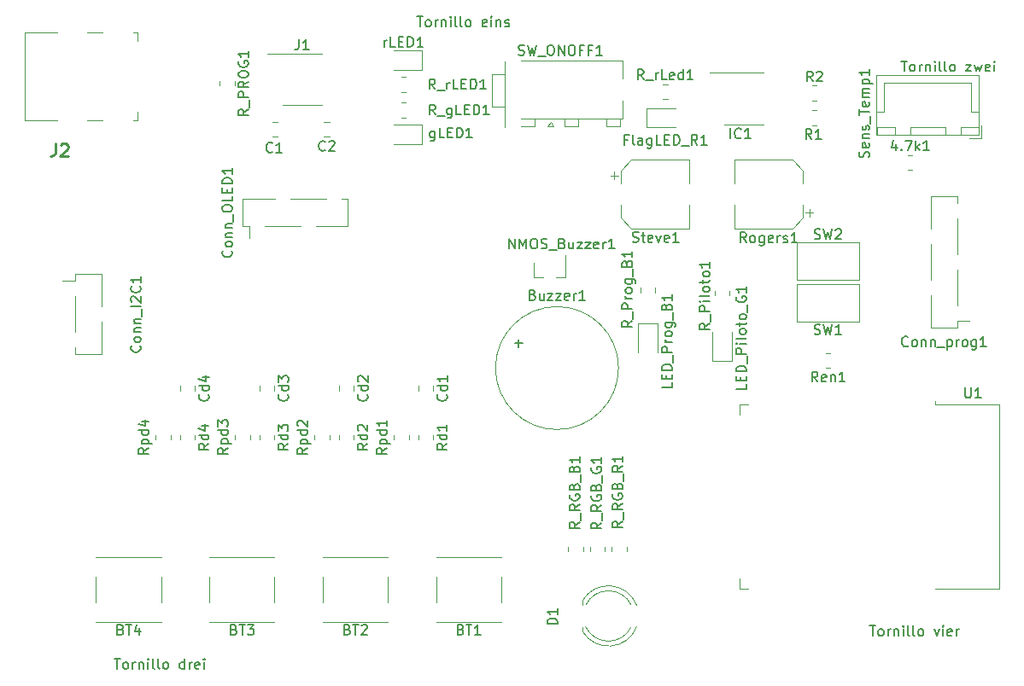
<source format=gbr>
%TF.GenerationSoftware,KiCad,Pcbnew,(5.1.10-1-10_14)*%
%TF.CreationDate,2021-12-15T11:30:22-05:00*%
%TF.ProjectId,PCB_Design,5043425f-4465-4736-9967-6e2e6b696361,rev?*%
%TF.SameCoordinates,Original*%
%TF.FileFunction,Legend,Top*%
%TF.FilePolarity,Positive*%
%FSLAX46Y46*%
G04 Gerber Fmt 4.6, Leading zero omitted, Abs format (unit mm)*
G04 Created by KiCad (PCBNEW (5.1.10-1-10_14)) date 2021-12-15 11:30:22*
%MOMM*%
%LPD*%
G01*
G04 APERTURE LIST*
%ADD10C,0.120000*%
%ADD11C,0.100000*%
%ADD12C,0.150000*%
%ADD13C,0.254000*%
G04 APERTURE END LIST*
D10*
%TO.C,Conn_OLED1*%
X82453500Y-113090000D02*
X82453500Y-110430000D01*
X82453500Y-110430000D02*
X85663500Y-110430000D01*
X87183500Y-110430000D02*
X90743500Y-110430000D01*
X92263500Y-110430000D02*
X92933500Y-110430000D01*
X92933500Y-113090000D02*
X92933500Y-110430000D01*
X82453500Y-113090000D02*
X83123500Y-113090000D01*
X84643500Y-113090000D02*
X88203500Y-113090000D01*
X89723500Y-113090000D02*
X92933500Y-113090000D01*
X83123500Y-114300000D02*
X83123500Y-113090000D01*
%TO.C,SW1*%
X143572800Y-122550800D02*
X137452800Y-122550800D01*
X137452800Y-122550800D02*
X137452800Y-118850800D01*
X137452800Y-118850800D02*
X143572800Y-118850800D01*
X143572800Y-118850800D02*
X143572800Y-122550800D01*
%TO.C,SW2*%
X137452800Y-114736000D02*
X143572800Y-114736000D01*
X143572800Y-114736000D02*
X143572800Y-118436000D01*
X143572800Y-118436000D02*
X137452800Y-118436000D01*
X137452800Y-118436000D02*
X137452800Y-114736000D01*
%TO.C,SW_ONOFF1*%
X108487500Y-99631500D02*
X108487500Y-102531500D01*
X110075000Y-102468000D02*
X120125000Y-102468000D01*
X120125000Y-102468000D02*
X120125000Y-100671302D01*
X108487500Y-99631500D02*
X108487500Y-96731500D01*
X110075000Y-96668000D02*
X120125000Y-96668000D01*
X120125000Y-96668000D02*
X120125000Y-98464698D01*
X108487500Y-101241500D02*
X107187500Y-101241500D01*
X107187500Y-101241500D02*
X107187500Y-98021500D01*
X107187500Y-98021500D02*
X108487500Y-98021500D01*
X108487500Y-102531500D02*
X108487500Y-103291500D01*
X110075000Y-103228000D02*
X111435000Y-103228000D01*
X111435000Y-103228000D02*
X111435000Y-102468000D01*
X114420000Y-102468000D02*
X114420000Y-103228000D01*
X114420000Y-103228000D02*
X115780000Y-103228000D01*
X115780000Y-103228000D02*
X115780000Y-102468000D01*
X118560000Y-102468000D02*
X118560000Y-103228000D01*
X118560000Y-103228000D02*
X119920000Y-103228000D01*
X119920000Y-103228000D02*
X119920000Y-102468000D01*
X113030000Y-102768000D02*
X113330000Y-103192264D01*
X113330000Y-103192264D02*
X112730000Y-103192264D01*
X112730000Y-103192264D02*
X113030000Y-102768000D01*
%TO.C,Conn_prog1*%
X153349000Y-123159500D02*
X150689000Y-123159500D01*
X150689000Y-123159500D02*
X150689000Y-119949500D01*
X150689000Y-118429500D02*
X150689000Y-114869500D01*
X150689000Y-113349500D02*
X150689000Y-110139500D01*
X153349000Y-110139500D02*
X150689000Y-110139500D01*
X153349000Y-123159500D02*
X153349000Y-122489500D01*
X153349000Y-120969500D02*
X153349000Y-117409500D01*
X153349000Y-115889500D02*
X153349000Y-112329500D01*
X153349000Y-110809500D02*
X153349000Y-110139500D01*
X154559000Y-122489500D02*
X153349000Y-122489500D01*
%TO.C,Conn_I2C1*%
X65853000Y-117886500D02*
X68513000Y-117886500D01*
X68513000Y-117886500D02*
X68513000Y-121096500D01*
X68513000Y-122616500D02*
X68513000Y-125826500D01*
X65853000Y-125826500D02*
X68513000Y-125826500D01*
X65853000Y-117886500D02*
X65853000Y-118556500D01*
X65853000Y-120076500D02*
X65853000Y-123636500D01*
X65853000Y-125156500D02*
X65853000Y-125826500D01*
X64643000Y-118556500D02*
X65853000Y-118556500D01*
%TO.C,BT4*%
X67953500Y-152391500D02*
X67953500Y-152361500D01*
X67953500Y-145931500D02*
X67953500Y-145961500D01*
X74413500Y-145931500D02*
X74413500Y-145961500D01*
X74413500Y-152361500D02*
X74413500Y-152391500D01*
X67953500Y-150461500D02*
X67953500Y-147861500D01*
X74413500Y-152391500D02*
X67953500Y-152391500D01*
X74413500Y-150461500D02*
X74413500Y-147861500D01*
X74413500Y-145931500D02*
X67953500Y-145931500D01*
%TO.C,BT3*%
X79193000Y-152391500D02*
X79193000Y-152361500D01*
X79193000Y-145931500D02*
X79193000Y-145961500D01*
X85653000Y-145931500D02*
X85653000Y-145961500D01*
X85653000Y-152361500D02*
X85653000Y-152391500D01*
X79193000Y-150461500D02*
X79193000Y-147861500D01*
X85653000Y-152391500D02*
X79193000Y-152391500D01*
X85653000Y-150461500D02*
X85653000Y-147861500D01*
X85653000Y-145931500D02*
X79193000Y-145931500D01*
%TO.C,BT2*%
X90432500Y-152391500D02*
X90432500Y-152361500D01*
X90432500Y-145931500D02*
X90432500Y-145961500D01*
X96892500Y-145931500D02*
X96892500Y-145961500D01*
X96892500Y-152361500D02*
X96892500Y-152391500D01*
X90432500Y-150461500D02*
X90432500Y-147861500D01*
X96892500Y-152391500D02*
X90432500Y-152391500D01*
X96892500Y-150461500D02*
X96892500Y-147861500D01*
X96892500Y-145931500D02*
X90432500Y-145931500D01*
%TO.C,BT1*%
X101672500Y-152391500D02*
X101672500Y-152361500D01*
X101672500Y-145931500D02*
X101672500Y-145961500D01*
X108132500Y-145931500D02*
X108132500Y-145961500D01*
X108132500Y-152361500D02*
X108132500Y-152391500D01*
X101672500Y-150461500D02*
X101672500Y-147861500D01*
X108132500Y-152391500D02*
X101672500Y-152391500D01*
X108132500Y-150461500D02*
X108132500Y-147861500D01*
X108132500Y-145931500D02*
X101672500Y-145931500D01*
%TO.C,Cd4*%
X77760500Y-128939748D02*
X77760500Y-129462252D01*
X76290500Y-128939748D02*
X76290500Y-129462252D01*
%TO.C,Cd3*%
X85634500Y-128939748D02*
X85634500Y-129462252D01*
X84164500Y-128939748D02*
X84164500Y-129462252D01*
%TO.C,Cd2*%
X93508500Y-128939748D02*
X93508500Y-129462252D01*
X92038500Y-128939748D02*
X92038500Y-129462252D01*
%TO.C,Cd1*%
X101382500Y-128939748D02*
X101382500Y-129462252D01*
X99912500Y-128939748D02*
X99912500Y-129462252D01*
%TO.C,C2*%
X91087752Y-104240000D02*
X90565248Y-104240000D01*
X91087752Y-102770000D02*
X90565248Y-102770000D01*
%TO.C,C1*%
X85442248Y-102770000D02*
X85964752Y-102770000D01*
X85442248Y-104240000D02*
X85964752Y-104240000D01*
%TO.C,4.7k1*%
X148442436Y-107542000D02*
X148896564Y-107542000D01*
X148442436Y-106072000D02*
X148896564Y-106072000D01*
%TO.C,Buzzer1*%
X119755000Y-127190500D02*
G75*
G03*
X119755000Y-127190500I-6100000J0D01*
G01*
%TO.C,D1*%
X116197700Y-150245400D02*
X116197700Y-150710400D01*
X116197700Y-152870400D02*
X116197700Y-153335400D01*
X121545515Y-150709573D02*
G75*
G03*
X116197700Y-150245570I-2787815J-1080827D01*
G01*
X121545515Y-152871227D02*
G75*
G02*
X116197700Y-153335230I-2787815J1080827D01*
G01*
X121012179Y-150709971D02*
G75*
G03*
X116503016Y-150710400I-2254479J-1080429D01*
G01*
X121012179Y-152870829D02*
G75*
G02*
X116503016Y-152870400I-2254479J1080429D01*
G01*
%TO.C,FlagLED_R1*%
X125387500Y-101402000D02*
X122527500Y-101402000D01*
X122527500Y-101402000D02*
X122527500Y-103322000D01*
X122527500Y-103322000D02*
X125387500Y-103322000D01*
%TO.C,gLED1*%
X100301400Y-103053000D02*
X97441400Y-103053000D01*
X100301400Y-104973000D02*
X100301400Y-103053000D01*
X97441400Y-104973000D02*
X100301400Y-104973000D01*
%TO.C,IC1*%
X132207000Y-97897000D02*
X128757000Y-97897000D01*
X132207000Y-97897000D02*
X134157000Y-97897000D01*
X132207000Y-103017000D02*
X130257000Y-103017000D01*
X132207000Y-103017000D02*
X134157000Y-103017000D01*
%TO.C,J1*%
X88392000Y-101112000D02*
X90342000Y-101112000D01*
X88392000Y-101112000D02*
X86442000Y-101112000D01*
X88392000Y-95992000D02*
X90342000Y-95992000D01*
X88392000Y-95992000D02*
X84942000Y-95992000D01*
D11*
%TO.C,J2*%
X64107000Y-93864500D02*
X60907000Y-93864500D01*
X60907000Y-93864500D02*
X60907000Y-102604500D01*
X60907000Y-102604500D02*
X64107000Y-102604500D01*
X67107000Y-93864500D02*
X68607000Y-93864500D01*
X67107000Y-102604500D02*
X68607000Y-102604500D01*
X71607000Y-93864500D02*
X72107000Y-93864500D01*
X72107000Y-93864500D02*
X72107000Y-94734500D01*
X71607000Y-102604500D02*
X72107000Y-102604500D01*
X72107000Y-102604500D02*
X72107000Y-101734500D01*
D10*
%TO.C,LED_Piloto_G1*%
X131008000Y-126501500D02*
X131008000Y-123641500D01*
X129088000Y-126501500D02*
X131008000Y-126501500D01*
X129088000Y-123641500D02*
X129088000Y-126501500D01*
%TO.C,LED_Prog_B1*%
X123642000Y-125641500D02*
X123642000Y-122781500D01*
X123642000Y-122781500D02*
X121722000Y-122781500D01*
X121722000Y-122781500D02*
X121722000Y-125641500D01*
%TO.C,NMOS_Buzzer1*%
X111323000Y-118171500D02*
X112253000Y-118171500D01*
X114483000Y-118171500D02*
X113553000Y-118171500D01*
X114483000Y-118171500D02*
X114483000Y-116011500D01*
X111323000Y-118171500D02*
X111323000Y-116711500D01*
%TO.C,R1*%
X139403064Y-103097000D02*
X138948936Y-103097000D01*
X139403064Y-101627000D02*
X138948936Y-101627000D01*
%TO.C,R2*%
X138948936Y-99150500D02*
X139403064Y-99150500D01*
X138948936Y-100620500D02*
X139403064Y-100620500D01*
%TO.C,R_gLED1*%
X98239336Y-100865000D02*
X98693464Y-100865000D01*
X98239336Y-102335000D02*
X98693464Y-102335000D01*
%TO.C,R_Piloto1*%
X129313000Y-119533936D02*
X129313000Y-119988064D01*
X130783000Y-119533936D02*
X130783000Y-119988064D01*
%TO.C,R_PROG1*%
X80227500Y-98721936D02*
X80227500Y-99176064D01*
X81697500Y-98721936D02*
X81697500Y-99176064D01*
%TO.C,R_Prog_B1*%
X121947000Y-119232436D02*
X121947000Y-119686564D01*
X123417000Y-119232436D02*
X123417000Y-119686564D01*
%TO.C,R_RGB_B1*%
X116241500Y-145372064D02*
X116241500Y-144917936D01*
X114771500Y-145372064D02*
X114771500Y-144917936D01*
%TO.C,R_RGB_G1*%
X116930500Y-145372064D02*
X116930500Y-144917936D01*
X118400500Y-145372064D02*
X118400500Y-144917936D01*
%TO.C,R_RGB_R1*%
X120559500Y-145372064D02*
X120559500Y-144917936D01*
X119089500Y-145372064D02*
X119089500Y-144917936D01*
%TO.C,R_rLED1*%
X98693464Y-99795000D02*
X98239336Y-99795000D01*
X98693464Y-98325000D02*
X98239336Y-98325000D01*
%TO.C,R_rLed1*%
X124153436Y-100493500D02*
X124607564Y-100493500D01*
X124153436Y-99023500D02*
X124607564Y-99023500D01*
%TO.C,Rd1*%
X101382500Y-133837436D02*
X101382500Y-134291564D01*
X99912500Y-133837436D02*
X99912500Y-134291564D01*
%TO.C,Rd2*%
X93508500Y-133837436D02*
X93508500Y-134291564D01*
X92038500Y-133837436D02*
X92038500Y-134291564D01*
%TO.C,Rd3*%
X85634500Y-133837436D02*
X85634500Y-134291564D01*
X84164500Y-133837436D02*
X84164500Y-134291564D01*
%TO.C,Rd4*%
X76290500Y-133837436D02*
X76290500Y-134291564D01*
X77760500Y-133837436D02*
X77760500Y-134291564D01*
%TO.C,Ren1*%
X140774664Y-125706200D02*
X140320536Y-125706200D01*
X140774664Y-127176200D02*
X140320536Y-127176200D01*
%TO.C,rLED1*%
X97441400Y-97607000D02*
X100301400Y-97607000D01*
X100301400Y-97607000D02*
X100301400Y-95687000D01*
X100301400Y-95687000D02*
X97441400Y-95687000D01*
%TO.C,Rogers1*%
X138669750Y-112159750D02*
X138669750Y-111372250D01*
X139063500Y-111766000D02*
X138276000Y-111766000D01*
X138036000Y-107572937D02*
X136971563Y-106508500D01*
X138036000Y-112264063D02*
X136971563Y-113328500D01*
X138036000Y-112264063D02*
X138036000Y-110978500D01*
X138036000Y-107572937D02*
X138036000Y-108858500D01*
X136971563Y-106508500D02*
X131216000Y-106508500D01*
X136971563Y-113328500D02*
X131216000Y-113328500D01*
X131216000Y-113328500D02*
X131216000Y-110978500D01*
X131216000Y-106508500D02*
X131216000Y-108858500D01*
%TO.C,Rpd1*%
X98969500Y-134291564D02*
X98969500Y-133837436D01*
X97499500Y-134291564D02*
X97499500Y-133837436D01*
%TO.C,Rpd2*%
X89625500Y-134291564D02*
X89625500Y-133837436D01*
X91095500Y-134291564D02*
X91095500Y-133837436D01*
%TO.C,Rpd3*%
X81751500Y-134291564D02*
X81751500Y-133837436D01*
X83221500Y-134291564D02*
X83221500Y-133837436D01*
%TO.C,Rpd4*%
X73877500Y-134291564D02*
X73877500Y-133837436D01*
X75347500Y-134291564D02*
X75347500Y-133837436D01*
%TO.C,Sens_Temp1*%
X155468000Y-104060000D02*
X155468000Y-98090000D01*
X155468000Y-98090000D02*
X145348000Y-98090000D01*
X145348000Y-98090000D02*
X145348000Y-104060000D01*
X145348000Y-104060000D02*
X155468000Y-104060000D01*
X152158000Y-104050000D02*
X152158000Y-103300000D01*
X152158000Y-103300000D02*
X148658000Y-103300000D01*
X148658000Y-103300000D02*
X148658000Y-104050000D01*
X148658000Y-104050000D02*
X152158000Y-104050000D01*
X155458000Y-104050000D02*
X155458000Y-103300000D01*
X155458000Y-103300000D02*
X153658000Y-103300000D01*
X153658000Y-103300000D02*
X153658000Y-104050000D01*
X153658000Y-104050000D02*
X155458000Y-104050000D01*
X147158000Y-104050000D02*
X147158000Y-103300000D01*
X147158000Y-103300000D02*
X145358000Y-103300000D01*
X145358000Y-103300000D02*
X145358000Y-104050000D01*
X145358000Y-104050000D02*
X147158000Y-104050000D01*
X155458000Y-101800000D02*
X154708000Y-101800000D01*
X154708000Y-101800000D02*
X154708000Y-98850000D01*
X154708000Y-98850000D02*
X150408000Y-98850000D01*
X145358000Y-101800000D02*
X146108000Y-101800000D01*
X146108000Y-101800000D02*
X146108000Y-98850000D01*
X146108000Y-98850000D02*
X150408000Y-98850000D01*
X154508000Y-104350000D02*
X155758000Y-104350000D01*
X155758000Y-104350000D02*
X155758000Y-103100000D01*
%TO.C,Steve1*%
X126796500Y-113328500D02*
X126796500Y-110978500D01*
X126796500Y-106508500D02*
X126796500Y-108858500D01*
X121040937Y-106508500D02*
X126796500Y-106508500D01*
X121040937Y-113328500D02*
X126796500Y-113328500D01*
X119976500Y-112264063D02*
X119976500Y-110978500D01*
X119976500Y-107572937D02*
X119976500Y-108858500D01*
X119976500Y-107572937D02*
X121040937Y-106508500D01*
X119976500Y-112264063D02*
X121040937Y-113328500D01*
X118949000Y-108071000D02*
X119736500Y-108071000D01*
X119342750Y-107677250D02*
X119342750Y-108464750D01*
%TO.C,U1*%
X132568500Y-130834000D02*
X131788500Y-130834000D01*
X131788500Y-130834000D02*
X131788500Y-131834000D01*
X132568500Y-149074000D02*
X131788500Y-149074000D01*
X131788500Y-149074000D02*
X131788500Y-148074000D01*
X157533500Y-130834000D02*
X157533500Y-149074000D01*
X157533500Y-149074000D02*
X151113500Y-149074000D01*
X157533500Y-130834000D02*
X151113500Y-130834000D01*
X151113500Y-130834000D02*
X151113500Y-130454000D01*
%TO.C,Conn_OLED1*%
D12*
X81370642Y-115545714D02*
X81418261Y-115593333D01*
X81465880Y-115736190D01*
X81465880Y-115831428D01*
X81418261Y-115974285D01*
X81323023Y-116069523D01*
X81227785Y-116117142D01*
X81037309Y-116164761D01*
X80894452Y-116164761D01*
X80703976Y-116117142D01*
X80608738Y-116069523D01*
X80513500Y-115974285D01*
X80465880Y-115831428D01*
X80465880Y-115736190D01*
X80513500Y-115593333D01*
X80561119Y-115545714D01*
X81465880Y-114974285D02*
X81418261Y-115069523D01*
X81370642Y-115117142D01*
X81275404Y-115164761D01*
X80989690Y-115164761D01*
X80894452Y-115117142D01*
X80846833Y-115069523D01*
X80799214Y-114974285D01*
X80799214Y-114831428D01*
X80846833Y-114736190D01*
X80894452Y-114688571D01*
X80989690Y-114640952D01*
X81275404Y-114640952D01*
X81370642Y-114688571D01*
X81418261Y-114736190D01*
X81465880Y-114831428D01*
X81465880Y-114974285D01*
X80799214Y-114212380D02*
X81465880Y-114212380D01*
X80894452Y-114212380D02*
X80846833Y-114164761D01*
X80799214Y-114069523D01*
X80799214Y-113926666D01*
X80846833Y-113831428D01*
X80942071Y-113783809D01*
X81465880Y-113783809D01*
X80799214Y-113307619D02*
X81465880Y-113307619D01*
X80894452Y-113307619D02*
X80846833Y-113260000D01*
X80799214Y-113164761D01*
X80799214Y-113021904D01*
X80846833Y-112926666D01*
X80942071Y-112879047D01*
X81465880Y-112879047D01*
X81561119Y-112640952D02*
X81561119Y-111879047D01*
X80465880Y-111450476D02*
X80465880Y-111260000D01*
X80513500Y-111164761D01*
X80608738Y-111069523D01*
X80799214Y-111021904D01*
X81132547Y-111021904D01*
X81323023Y-111069523D01*
X81418261Y-111164761D01*
X81465880Y-111260000D01*
X81465880Y-111450476D01*
X81418261Y-111545714D01*
X81323023Y-111640952D01*
X81132547Y-111688571D01*
X80799214Y-111688571D01*
X80608738Y-111640952D01*
X80513500Y-111545714D01*
X80465880Y-111450476D01*
X81465880Y-110117142D02*
X81465880Y-110593333D01*
X80465880Y-110593333D01*
X80942071Y-109783809D02*
X80942071Y-109450476D01*
X81465880Y-109307619D02*
X81465880Y-109783809D01*
X80465880Y-109783809D01*
X80465880Y-109307619D01*
X81465880Y-108879047D02*
X80465880Y-108879047D01*
X80465880Y-108640952D01*
X80513500Y-108498095D01*
X80608738Y-108402857D01*
X80703976Y-108355238D01*
X80894452Y-108307619D01*
X81037309Y-108307619D01*
X81227785Y-108355238D01*
X81323023Y-108402857D01*
X81418261Y-108498095D01*
X81465880Y-108640952D01*
X81465880Y-108879047D01*
X81465880Y-107355238D02*
X81465880Y-107926666D01*
X81465880Y-107640952D02*
X80465880Y-107640952D01*
X80608738Y-107736190D01*
X80703976Y-107831428D01*
X80751595Y-107926666D01*
%TO.C,Tornillo vier*%
X144645619Y-152762380D02*
X145217047Y-152762380D01*
X144931333Y-153762380D02*
X144931333Y-152762380D01*
X145693238Y-153762380D02*
X145598000Y-153714761D01*
X145550380Y-153667142D01*
X145502761Y-153571904D01*
X145502761Y-153286190D01*
X145550380Y-153190952D01*
X145598000Y-153143333D01*
X145693238Y-153095714D01*
X145836095Y-153095714D01*
X145931333Y-153143333D01*
X145978952Y-153190952D01*
X146026571Y-153286190D01*
X146026571Y-153571904D01*
X145978952Y-153667142D01*
X145931333Y-153714761D01*
X145836095Y-153762380D01*
X145693238Y-153762380D01*
X146455142Y-153762380D02*
X146455142Y-153095714D01*
X146455142Y-153286190D02*
X146502761Y-153190952D01*
X146550380Y-153143333D01*
X146645619Y-153095714D01*
X146740857Y-153095714D01*
X147074190Y-153095714D02*
X147074190Y-153762380D01*
X147074190Y-153190952D02*
X147121809Y-153143333D01*
X147217047Y-153095714D01*
X147359904Y-153095714D01*
X147455142Y-153143333D01*
X147502761Y-153238571D01*
X147502761Y-153762380D01*
X147978952Y-153762380D02*
X147978952Y-153095714D01*
X147978952Y-152762380D02*
X147931333Y-152810000D01*
X147978952Y-152857619D01*
X148026571Y-152810000D01*
X147978952Y-152762380D01*
X147978952Y-152857619D01*
X148598000Y-153762380D02*
X148502761Y-153714761D01*
X148455142Y-153619523D01*
X148455142Y-152762380D01*
X149121809Y-153762380D02*
X149026571Y-153714761D01*
X148978952Y-153619523D01*
X148978952Y-152762380D01*
X149645619Y-153762380D02*
X149550380Y-153714761D01*
X149502761Y-153667142D01*
X149455142Y-153571904D01*
X149455142Y-153286190D01*
X149502761Y-153190952D01*
X149550380Y-153143333D01*
X149645619Y-153095714D01*
X149788476Y-153095714D01*
X149883714Y-153143333D01*
X149931333Y-153190952D01*
X149978952Y-153286190D01*
X149978952Y-153571904D01*
X149931333Y-153667142D01*
X149883714Y-153714761D01*
X149788476Y-153762380D01*
X149645619Y-153762380D01*
X151074190Y-153095714D02*
X151312285Y-153762380D01*
X151550380Y-153095714D01*
X151931333Y-153762380D02*
X151931333Y-153095714D01*
X151931333Y-152762380D02*
X151883714Y-152810000D01*
X151931333Y-152857619D01*
X151978952Y-152810000D01*
X151931333Y-152762380D01*
X151931333Y-152857619D01*
X152788476Y-153714761D02*
X152693238Y-153762380D01*
X152502761Y-153762380D01*
X152407523Y-153714761D01*
X152359904Y-153619523D01*
X152359904Y-153238571D01*
X152407523Y-153143333D01*
X152502761Y-153095714D01*
X152693238Y-153095714D01*
X152788476Y-153143333D01*
X152836095Y-153238571D01*
X152836095Y-153333809D01*
X152359904Y-153429047D01*
X153264666Y-153762380D02*
X153264666Y-153095714D01*
X153264666Y-153286190D02*
X153312285Y-153190952D01*
X153359904Y-153143333D01*
X153455142Y-153095714D01*
X153550380Y-153095714D01*
%TO.C,Tornillo drei*%
X69771190Y-156043380D02*
X70342619Y-156043380D01*
X70056904Y-157043380D02*
X70056904Y-156043380D01*
X70818809Y-157043380D02*
X70723571Y-156995761D01*
X70675952Y-156948142D01*
X70628333Y-156852904D01*
X70628333Y-156567190D01*
X70675952Y-156471952D01*
X70723571Y-156424333D01*
X70818809Y-156376714D01*
X70961666Y-156376714D01*
X71056904Y-156424333D01*
X71104523Y-156471952D01*
X71152142Y-156567190D01*
X71152142Y-156852904D01*
X71104523Y-156948142D01*
X71056904Y-156995761D01*
X70961666Y-157043380D01*
X70818809Y-157043380D01*
X71580714Y-157043380D02*
X71580714Y-156376714D01*
X71580714Y-156567190D02*
X71628333Y-156471952D01*
X71675952Y-156424333D01*
X71771190Y-156376714D01*
X71866428Y-156376714D01*
X72199761Y-156376714D02*
X72199761Y-157043380D01*
X72199761Y-156471952D02*
X72247380Y-156424333D01*
X72342619Y-156376714D01*
X72485476Y-156376714D01*
X72580714Y-156424333D01*
X72628333Y-156519571D01*
X72628333Y-157043380D01*
X73104523Y-157043380D02*
X73104523Y-156376714D01*
X73104523Y-156043380D02*
X73056904Y-156091000D01*
X73104523Y-156138619D01*
X73152142Y-156091000D01*
X73104523Y-156043380D01*
X73104523Y-156138619D01*
X73723571Y-157043380D02*
X73628333Y-156995761D01*
X73580714Y-156900523D01*
X73580714Y-156043380D01*
X74247380Y-157043380D02*
X74152142Y-156995761D01*
X74104523Y-156900523D01*
X74104523Y-156043380D01*
X74771190Y-157043380D02*
X74675952Y-156995761D01*
X74628333Y-156948142D01*
X74580714Y-156852904D01*
X74580714Y-156567190D01*
X74628333Y-156471952D01*
X74675952Y-156424333D01*
X74771190Y-156376714D01*
X74914047Y-156376714D01*
X75009285Y-156424333D01*
X75056904Y-156471952D01*
X75104523Y-156567190D01*
X75104523Y-156852904D01*
X75056904Y-156948142D01*
X75009285Y-156995761D01*
X74914047Y-157043380D01*
X74771190Y-157043380D01*
X76723571Y-157043380D02*
X76723571Y-156043380D01*
X76723571Y-156995761D02*
X76628333Y-157043380D01*
X76437857Y-157043380D01*
X76342619Y-156995761D01*
X76295000Y-156948142D01*
X76247380Y-156852904D01*
X76247380Y-156567190D01*
X76295000Y-156471952D01*
X76342619Y-156424333D01*
X76437857Y-156376714D01*
X76628333Y-156376714D01*
X76723571Y-156424333D01*
X77199761Y-157043380D02*
X77199761Y-156376714D01*
X77199761Y-156567190D02*
X77247380Y-156471952D01*
X77295000Y-156424333D01*
X77390238Y-156376714D01*
X77485476Y-156376714D01*
X78199761Y-156995761D02*
X78104523Y-157043380D01*
X77914047Y-157043380D01*
X77818809Y-156995761D01*
X77771190Y-156900523D01*
X77771190Y-156519571D01*
X77818809Y-156424333D01*
X77914047Y-156376714D01*
X78104523Y-156376714D01*
X78199761Y-156424333D01*
X78247380Y-156519571D01*
X78247380Y-156614809D01*
X77771190Y-156710047D01*
X78675952Y-157043380D02*
X78675952Y-156376714D01*
X78675952Y-156043380D02*
X78628333Y-156091000D01*
X78675952Y-156138619D01*
X78723571Y-156091000D01*
X78675952Y-156043380D01*
X78675952Y-156138619D01*
%TO.C,Tornillo zwei*%
X147773023Y-96734380D02*
X148344452Y-96734380D01*
X148058738Y-97734380D02*
X148058738Y-96734380D01*
X148820642Y-97734380D02*
X148725404Y-97686761D01*
X148677785Y-97639142D01*
X148630166Y-97543904D01*
X148630166Y-97258190D01*
X148677785Y-97162952D01*
X148725404Y-97115333D01*
X148820642Y-97067714D01*
X148963500Y-97067714D01*
X149058738Y-97115333D01*
X149106357Y-97162952D01*
X149153976Y-97258190D01*
X149153976Y-97543904D01*
X149106357Y-97639142D01*
X149058738Y-97686761D01*
X148963500Y-97734380D01*
X148820642Y-97734380D01*
X149582547Y-97734380D02*
X149582547Y-97067714D01*
X149582547Y-97258190D02*
X149630166Y-97162952D01*
X149677785Y-97115333D01*
X149773023Y-97067714D01*
X149868261Y-97067714D01*
X150201595Y-97067714D02*
X150201595Y-97734380D01*
X150201595Y-97162952D02*
X150249214Y-97115333D01*
X150344452Y-97067714D01*
X150487309Y-97067714D01*
X150582547Y-97115333D01*
X150630166Y-97210571D01*
X150630166Y-97734380D01*
X151106357Y-97734380D02*
X151106357Y-97067714D01*
X151106357Y-96734380D02*
X151058738Y-96782000D01*
X151106357Y-96829619D01*
X151153976Y-96782000D01*
X151106357Y-96734380D01*
X151106357Y-96829619D01*
X151725404Y-97734380D02*
X151630166Y-97686761D01*
X151582547Y-97591523D01*
X151582547Y-96734380D01*
X152249214Y-97734380D02*
X152153976Y-97686761D01*
X152106357Y-97591523D01*
X152106357Y-96734380D01*
X152773023Y-97734380D02*
X152677785Y-97686761D01*
X152630166Y-97639142D01*
X152582547Y-97543904D01*
X152582547Y-97258190D01*
X152630166Y-97162952D01*
X152677785Y-97115333D01*
X152773023Y-97067714D01*
X152915880Y-97067714D01*
X153011119Y-97115333D01*
X153058738Y-97162952D01*
X153106357Y-97258190D01*
X153106357Y-97543904D01*
X153058738Y-97639142D01*
X153011119Y-97686761D01*
X152915880Y-97734380D01*
X152773023Y-97734380D01*
X154201595Y-97067714D02*
X154725404Y-97067714D01*
X154201595Y-97734380D01*
X154725404Y-97734380D01*
X155011119Y-97067714D02*
X155201595Y-97734380D01*
X155392071Y-97258190D01*
X155582547Y-97734380D01*
X155773023Y-97067714D01*
X156534928Y-97686761D02*
X156439690Y-97734380D01*
X156249214Y-97734380D01*
X156153976Y-97686761D01*
X156106357Y-97591523D01*
X156106357Y-97210571D01*
X156153976Y-97115333D01*
X156249214Y-97067714D01*
X156439690Y-97067714D01*
X156534928Y-97115333D01*
X156582547Y-97210571D01*
X156582547Y-97305809D01*
X156106357Y-97401047D01*
X157011119Y-97734380D02*
X157011119Y-97067714D01*
X157011119Y-96734380D02*
X156963500Y-96782000D01*
X157011119Y-96829619D01*
X157058738Y-96782000D01*
X157011119Y-96734380D01*
X157011119Y-96829619D01*
%TO.C,Tornillo eins*%
X99774952Y-92310380D02*
X100346380Y-92310380D01*
X100060666Y-93310380D02*
X100060666Y-92310380D01*
X100822571Y-93310380D02*
X100727333Y-93262761D01*
X100679714Y-93215142D01*
X100632095Y-93119904D01*
X100632095Y-92834190D01*
X100679714Y-92738952D01*
X100727333Y-92691333D01*
X100822571Y-92643714D01*
X100965428Y-92643714D01*
X101060666Y-92691333D01*
X101108285Y-92738952D01*
X101155904Y-92834190D01*
X101155904Y-93119904D01*
X101108285Y-93215142D01*
X101060666Y-93262761D01*
X100965428Y-93310380D01*
X100822571Y-93310380D01*
X101584476Y-93310380D02*
X101584476Y-92643714D01*
X101584476Y-92834190D02*
X101632095Y-92738952D01*
X101679714Y-92691333D01*
X101774952Y-92643714D01*
X101870190Y-92643714D01*
X102203523Y-92643714D02*
X102203523Y-93310380D01*
X102203523Y-92738952D02*
X102251142Y-92691333D01*
X102346380Y-92643714D01*
X102489238Y-92643714D01*
X102584476Y-92691333D01*
X102632095Y-92786571D01*
X102632095Y-93310380D01*
X103108285Y-93310380D02*
X103108285Y-92643714D01*
X103108285Y-92310380D02*
X103060666Y-92358000D01*
X103108285Y-92405619D01*
X103155904Y-92358000D01*
X103108285Y-92310380D01*
X103108285Y-92405619D01*
X103727333Y-93310380D02*
X103632095Y-93262761D01*
X103584476Y-93167523D01*
X103584476Y-92310380D01*
X104251142Y-93310380D02*
X104155904Y-93262761D01*
X104108285Y-93167523D01*
X104108285Y-92310380D01*
X104774952Y-93310380D02*
X104679714Y-93262761D01*
X104632095Y-93215142D01*
X104584476Y-93119904D01*
X104584476Y-92834190D01*
X104632095Y-92738952D01*
X104679714Y-92691333D01*
X104774952Y-92643714D01*
X104917809Y-92643714D01*
X105013047Y-92691333D01*
X105060666Y-92738952D01*
X105108285Y-92834190D01*
X105108285Y-93119904D01*
X105060666Y-93215142D01*
X105013047Y-93262761D01*
X104917809Y-93310380D01*
X104774952Y-93310380D01*
X106679714Y-93262761D02*
X106584476Y-93310380D01*
X106394000Y-93310380D01*
X106298761Y-93262761D01*
X106251142Y-93167523D01*
X106251142Y-92786571D01*
X106298761Y-92691333D01*
X106394000Y-92643714D01*
X106584476Y-92643714D01*
X106679714Y-92691333D01*
X106727333Y-92786571D01*
X106727333Y-92881809D01*
X106251142Y-92977047D01*
X107155904Y-93310380D02*
X107155904Y-92643714D01*
X107155904Y-92310380D02*
X107108285Y-92358000D01*
X107155904Y-92405619D01*
X107203523Y-92358000D01*
X107155904Y-92310380D01*
X107155904Y-92405619D01*
X107632095Y-92643714D02*
X107632095Y-93310380D01*
X107632095Y-92738952D02*
X107679714Y-92691333D01*
X107774952Y-92643714D01*
X107917809Y-92643714D01*
X108013047Y-92691333D01*
X108060666Y-92786571D01*
X108060666Y-93310380D01*
X108489238Y-93262761D02*
X108584476Y-93310380D01*
X108774952Y-93310380D01*
X108870190Y-93262761D01*
X108917809Y-93167523D01*
X108917809Y-93119904D01*
X108870190Y-93024666D01*
X108774952Y-92977047D01*
X108632095Y-92977047D01*
X108536857Y-92929428D01*
X108489238Y-92834190D01*
X108489238Y-92786571D01*
X108536857Y-92691333D01*
X108632095Y-92643714D01*
X108774952Y-92643714D01*
X108870190Y-92691333D01*
%TO.C,SW1*%
X139179466Y-123797961D02*
X139322323Y-123845580D01*
X139560419Y-123845580D01*
X139655657Y-123797961D01*
X139703276Y-123750342D01*
X139750895Y-123655104D01*
X139750895Y-123559866D01*
X139703276Y-123464628D01*
X139655657Y-123417009D01*
X139560419Y-123369390D01*
X139369942Y-123321771D01*
X139274704Y-123274152D01*
X139227085Y-123226533D01*
X139179466Y-123131295D01*
X139179466Y-123036057D01*
X139227085Y-122940819D01*
X139274704Y-122893200D01*
X139369942Y-122845580D01*
X139608038Y-122845580D01*
X139750895Y-122893200D01*
X140084228Y-122845580D02*
X140322323Y-123845580D01*
X140512800Y-123131295D01*
X140703276Y-123845580D01*
X140941371Y-122845580D01*
X141846133Y-123845580D02*
X141274704Y-123845580D01*
X141560419Y-123845580D02*
X141560419Y-122845580D01*
X141465180Y-122988438D01*
X141369942Y-123083676D01*
X141274704Y-123131295D01*
%TO.C,SW2*%
X139179466Y-114349161D02*
X139322323Y-114396780D01*
X139560419Y-114396780D01*
X139655657Y-114349161D01*
X139703276Y-114301542D01*
X139750895Y-114206304D01*
X139750895Y-114111066D01*
X139703276Y-114015828D01*
X139655657Y-113968209D01*
X139560419Y-113920590D01*
X139369942Y-113872971D01*
X139274704Y-113825352D01*
X139227085Y-113777733D01*
X139179466Y-113682495D01*
X139179466Y-113587257D01*
X139227085Y-113492019D01*
X139274704Y-113444400D01*
X139369942Y-113396780D01*
X139608038Y-113396780D01*
X139750895Y-113444400D01*
X140084228Y-113396780D02*
X140322323Y-114396780D01*
X140512800Y-113682495D01*
X140703276Y-114396780D01*
X140941371Y-113396780D01*
X141274704Y-113492019D02*
X141322323Y-113444400D01*
X141417561Y-113396780D01*
X141655657Y-113396780D01*
X141750895Y-113444400D01*
X141798514Y-113492019D01*
X141846133Y-113587257D01*
X141846133Y-113682495D01*
X141798514Y-113825352D01*
X141227085Y-114396780D01*
X141846133Y-114396780D01*
%TO.C,SW_ONOFF1*%
X109839642Y-96099261D02*
X109982500Y-96146880D01*
X110220595Y-96146880D01*
X110315833Y-96099261D01*
X110363452Y-96051642D01*
X110411071Y-95956404D01*
X110411071Y-95861166D01*
X110363452Y-95765928D01*
X110315833Y-95718309D01*
X110220595Y-95670690D01*
X110030119Y-95623071D01*
X109934880Y-95575452D01*
X109887261Y-95527833D01*
X109839642Y-95432595D01*
X109839642Y-95337357D01*
X109887261Y-95242119D01*
X109934880Y-95194500D01*
X110030119Y-95146880D01*
X110268214Y-95146880D01*
X110411071Y-95194500D01*
X110744404Y-95146880D02*
X110982500Y-96146880D01*
X111172976Y-95432595D01*
X111363452Y-96146880D01*
X111601547Y-95146880D01*
X111744404Y-96242119D02*
X112506309Y-96242119D01*
X112934880Y-95146880D02*
X113125357Y-95146880D01*
X113220595Y-95194500D01*
X113315833Y-95289738D01*
X113363452Y-95480214D01*
X113363452Y-95813547D01*
X113315833Y-96004023D01*
X113220595Y-96099261D01*
X113125357Y-96146880D01*
X112934880Y-96146880D01*
X112839642Y-96099261D01*
X112744404Y-96004023D01*
X112696785Y-95813547D01*
X112696785Y-95480214D01*
X112744404Y-95289738D01*
X112839642Y-95194500D01*
X112934880Y-95146880D01*
X113792023Y-96146880D02*
X113792023Y-95146880D01*
X114363452Y-96146880D01*
X114363452Y-95146880D01*
X115030119Y-95146880D02*
X115220595Y-95146880D01*
X115315833Y-95194500D01*
X115411071Y-95289738D01*
X115458690Y-95480214D01*
X115458690Y-95813547D01*
X115411071Y-96004023D01*
X115315833Y-96099261D01*
X115220595Y-96146880D01*
X115030119Y-96146880D01*
X114934880Y-96099261D01*
X114839642Y-96004023D01*
X114792023Y-95813547D01*
X114792023Y-95480214D01*
X114839642Y-95289738D01*
X114934880Y-95194500D01*
X115030119Y-95146880D01*
X116220595Y-95623071D02*
X115887261Y-95623071D01*
X115887261Y-96146880D02*
X115887261Y-95146880D01*
X116363452Y-95146880D01*
X117077738Y-95623071D02*
X116744404Y-95623071D01*
X116744404Y-96146880D02*
X116744404Y-95146880D01*
X117220595Y-95146880D01*
X118125357Y-96146880D02*
X117553928Y-96146880D01*
X117839642Y-96146880D02*
X117839642Y-95146880D01*
X117744404Y-95289738D01*
X117649166Y-95384976D01*
X117553928Y-95432595D01*
%TO.C,Conn_prog1*%
X148447571Y-124956642D02*
X148399952Y-125004261D01*
X148257095Y-125051880D01*
X148161857Y-125051880D01*
X148019000Y-125004261D01*
X147923761Y-124909023D01*
X147876142Y-124813785D01*
X147828523Y-124623309D01*
X147828523Y-124480452D01*
X147876142Y-124289976D01*
X147923761Y-124194738D01*
X148019000Y-124099500D01*
X148161857Y-124051880D01*
X148257095Y-124051880D01*
X148399952Y-124099500D01*
X148447571Y-124147119D01*
X149019000Y-125051880D02*
X148923761Y-125004261D01*
X148876142Y-124956642D01*
X148828523Y-124861404D01*
X148828523Y-124575690D01*
X148876142Y-124480452D01*
X148923761Y-124432833D01*
X149019000Y-124385214D01*
X149161857Y-124385214D01*
X149257095Y-124432833D01*
X149304714Y-124480452D01*
X149352333Y-124575690D01*
X149352333Y-124861404D01*
X149304714Y-124956642D01*
X149257095Y-125004261D01*
X149161857Y-125051880D01*
X149019000Y-125051880D01*
X149780904Y-124385214D02*
X149780904Y-125051880D01*
X149780904Y-124480452D02*
X149828523Y-124432833D01*
X149923761Y-124385214D01*
X150066619Y-124385214D01*
X150161857Y-124432833D01*
X150209476Y-124528071D01*
X150209476Y-125051880D01*
X150685666Y-124385214D02*
X150685666Y-125051880D01*
X150685666Y-124480452D02*
X150733285Y-124432833D01*
X150828523Y-124385214D01*
X150971380Y-124385214D01*
X151066619Y-124432833D01*
X151114238Y-124528071D01*
X151114238Y-125051880D01*
X151352333Y-125147119D02*
X152114238Y-125147119D01*
X152352333Y-124385214D02*
X152352333Y-125385214D01*
X152352333Y-124432833D02*
X152447571Y-124385214D01*
X152638047Y-124385214D01*
X152733285Y-124432833D01*
X152780904Y-124480452D01*
X152828523Y-124575690D01*
X152828523Y-124861404D01*
X152780904Y-124956642D01*
X152733285Y-125004261D01*
X152638047Y-125051880D01*
X152447571Y-125051880D01*
X152352333Y-125004261D01*
X153257095Y-125051880D02*
X153257095Y-124385214D01*
X153257095Y-124575690D02*
X153304714Y-124480452D01*
X153352333Y-124432833D01*
X153447571Y-124385214D01*
X153542809Y-124385214D01*
X154019000Y-125051880D02*
X153923761Y-125004261D01*
X153876142Y-124956642D01*
X153828523Y-124861404D01*
X153828523Y-124575690D01*
X153876142Y-124480452D01*
X153923761Y-124432833D01*
X154019000Y-124385214D01*
X154161857Y-124385214D01*
X154257095Y-124432833D01*
X154304714Y-124480452D01*
X154352333Y-124575690D01*
X154352333Y-124861404D01*
X154304714Y-124956642D01*
X154257095Y-125004261D01*
X154161857Y-125051880D01*
X154019000Y-125051880D01*
X155209476Y-124385214D02*
X155209476Y-125194738D01*
X155161857Y-125289976D01*
X155114238Y-125337595D01*
X155019000Y-125385214D01*
X154876142Y-125385214D01*
X154780904Y-125337595D01*
X155209476Y-125004261D02*
X155114238Y-125051880D01*
X154923761Y-125051880D01*
X154828523Y-125004261D01*
X154780904Y-124956642D01*
X154733285Y-124861404D01*
X154733285Y-124575690D01*
X154780904Y-124480452D01*
X154828523Y-124432833D01*
X154923761Y-124385214D01*
X155114238Y-124385214D01*
X155209476Y-124432833D01*
X156209476Y-125051880D02*
X155638047Y-125051880D01*
X155923761Y-125051880D02*
X155923761Y-124051880D01*
X155828523Y-124194738D01*
X155733285Y-124289976D01*
X155638047Y-124337595D01*
%TO.C,Conn_I2C1*%
X72302642Y-124975547D02*
X72350261Y-125023166D01*
X72397880Y-125166023D01*
X72397880Y-125261261D01*
X72350261Y-125404119D01*
X72255023Y-125499357D01*
X72159785Y-125546976D01*
X71969309Y-125594595D01*
X71826452Y-125594595D01*
X71635976Y-125546976D01*
X71540738Y-125499357D01*
X71445500Y-125404119D01*
X71397880Y-125261261D01*
X71397880Y-125166023D01*
X71445500Y-125023166D01*
X71493119Y-124975547D01*
X72397880Y-124404119D02*
X72350261Y-124499357D01*
X72302642Y-124546976D01*
X72207404Y-124594595D01*
X71921690Y-124594595D01*
X71826452Y-124546976D01*
X71778833Y-124499357D01*
X71731214Y-124404119D01*
X71731214Y-124261261D01*
X71778833Y-124166023D01*
X71826452Y-124118404D01*
X71921690Y-124070785D01*
X72207404Y-124070785D01*
X72302642Y-124118404D01*
X72350261Y-124166023D01*
X72397880Y-124261261D01*
X72397880Y-124404119D01*
X71731214Y-123642214D02*
X72397880Y-123642214D01*
X71826452Y-123642214D02*
X71778833Y-123594595D01*
X71731214Y-123499357D01*
X71731214Y-123356500D01*
X71778833Y-123261261D01*
X71874071Y-123213642D01*
X72397880Y-123213642D01*
X71731214Y-122737452D02*
X72397880Y-122737452D01*
X71826452Y-122737452D02*
X71778833Y-122689833D01*
X71731214Y-122594595D01*
X71731214Y-122451738D01*
X71778833Y-122356500D01*
X71874071Y-122308880D01*
X72397880Y-122308880D01*
X72493119Y-122070785D02*
X72493119Y-121308880D01*
X72397880Y-121070785D02*
X71397880Y-121070785D01*
X71493119Y-120642214D02*
X71445500Y-120594595D01*
X71397880Y-120499357D01*
X71397880Y-120261261D01*
X71445500Y-120166023D01*
X71493119Y-120118404D01*
X71588357Y-120070785D01*
X71683595Y-120070785D01*
X71826452Y-120118404D01*
X72397880Y-120689833D01*
X72397880Y-120070785D01*
X72302642Y-119070785D02*
X72350261Y-119118404D01*
X72397880Y-119261261D01*
X72397880Y-119356500D01*
X72350261Y-119499357D01*
X72255023Y-119594595D01*
X72159785Y-119642214D01*
X71969309Y-119689833D01*
X71826452Y-119689833D01*
X71635976Y-119642214D01*
X71540738Y-119594595D01*
X71445500Y-119499357D01*
X71397880Y-119356500D01*
X71397880Y-119261261D01*
X71445500Y-119118404D01*
X71493119Y-119070785D01*
X72397880Y-118118404D02*
X72397880Y-118689833D01*
X72397880Y-118404119D02*
X71397880Y-118404119D01*
X71540738Y-118499357D01*
X71635976Y-118594595D01*
X71683595Y-118689833D01*
%TO.C,BT4*%
X70397785Y-153140071D02*
X70540642Y-153187690D01*
X70588261Y-153235309D01*
X70635880Y-153330547D01*
X70635880Y-153473404D01*
X70588261Y-153568642D01*
X70540642Y-153616261D01*
X70445404Y-153663880D01*
X70064452Y-153663880D01*
X70064452Y-152663880D01*
X70397785Y-152663880D01*
X70493023Y-152711500D01*
X70540642Y-152759119D01*
X70588261Y-152854357D01*
X70588261Y-152949595D01*
X70540642Y-153044833D01*
X70493023Y-153092452D01*
X70397785Y-153140071D01*
X70064452Y-153140071D01*
X70921595Y-152663880D02*
X71493023Y-152663880D01*
X71207309Y-153663880D02*
X71207309Y-152663880D01*
X72254928Y-152997214D02*
X72254928Y-153663880D01*
X72016833Y-152616261D02*
X71778738Y-153330547D01*
X72397785Y-153330547D01*
%TO.C,BT3*%
X81637285Y-153140071D02*
X81780142Y-153187690D01*
X81827761Y-153235309D01*
X81875380Y-153330547D01*
X81875380Y-153473404D01*
X81827761Y-153568642D01*
X81780142Y-153616261D01*
X81684904Y-153663880D01*
X81303952Y-153663880D01*
X81303952Y-152663880D01*
X81637285Y-152663880D01*
X81732523Y-152711500D01*
X81780142Y-152759119D01*
X81827761Y-152854357D01*
X81827761Y-152949595D01*
X81780142Y-153044833D01*
X81732523Y-153092452D01*
X81637285Y-153140071D01*
X81303952Y-153140071D01*
X82161095Y-152663880D02*
X82732523Y-152663880D01*
X82446809Y-153663880D02*
X82446809Y-152663880D01*
X82970619Y-152663880D02*
X83589666Y-152663880D01*
X83256333Y-153044833D01*
X83399190Y-153044833D01*
X83494428Y-153092452D01*
X83542047Y-153140071D01*
X83589666Y-153235309D01*
X83589666Y-153473404D01*
X83542047Y-153568642D01*
X83494428Y-153616261D01*
X83399190Y-153663880D01*
X83113476Y-153663880D01*
X83018238Y-153616261D01*
X82970619Y-153568642D01*
%TO.C,BT2*%
X92876785Y-153140071D02*
X93019642Y-153187690D01*
X93067261Y-153235309D01*
X93114880Y-153330547D01*
X93114880Y-153473404D01*
X93067261Y-153568642D01*
X93019642Y-153616261D01*
X92924404Y-153663880D01*
X92543452Y-153663880D01*
X92543452Y-152663880D01*
X92876785Y-152663880D01*
X92972023Y-152711500D01*
X93019642Y-152759119D01*
X93067261Y-152854357D01*
X93067261Y-152949595D01*
X93019642Y-153044833D01*
X92972023Y-153092452D01*
X92876785Y-153140071D01*
X92543452Y-153140071D01*
X93400595Y-152663880D02*
X93972023Y-152663880D01*
X93686309Y-153663880D02*
X93686309Y-152663880D01*
X94257738Y-152759119D02*
X94305357Y-152711500D01*
X94400595Y-152663880D01*
X94638690Y-152663880D01*
X94733928Y-152711500D01*
X94781547Y-152759119D01*
X94829166Y-152854357D01*
X94829166Y-152949595D01*
X94781547Y-153092452D01*
X94210119Y-153663880D01*
X94829166Y-153663880D01*
%TO.C,BT1*%
X104116785Y-153140071D02*
X104259642Y-153187690D01*
X104307261Y-153235309D01*
X104354880Y-153330547D01*
X104354880Y-153473404D01*
X104307261Y-153568642D01*
X104259642Y-153616261D01*
X104164404Y-153663880D01*
X103783452Y-153663880D01*
X103783452Y-152663880D01*
X104116785Y-152663880D01*
X104212023Y-152711500D01*
X104259642Y-152759119D01*
X104307261Y-152854357D01*
X104307261Y-152949595D01*
X104259642Y-153044833D01*
X104212023Y-153092452D01*
X104116785Y-153140071D01*
X103783452Y-153140071D01*
X104640595Y-152663880D02*
X105212023Y-152663880D01*
X104926309Y-153663880D02*
X104926309Y-152663880D01*
X106069166Y-153663880D02*
X105497738Y-153663880D01*
X105783452Y-153663880D02*
X105783452Y-152663880D01*
X105688214Y-152806738D01*
X105592976Y-152901976D01*
X105497738Y-152949595D01*
%TO.C,Cd4*%
X79062642Y-129820047D02*
X79110261Y-129867666D01*
X79157880Y-130010523D01*
X79157880Y-130105761D01*
X79110261Y-130248619D01*
X79015023Y-130343857D01*
X78919785Y-130391476D01*
X78729309Y-130439095D01*
X78586452Y-130439095D01*
X78395976Y-130391476D01*
X78300738Y-130343857D01*
X78205500Y-130248619D01*
X78157880Y-130105761D01*
X78157880Y-130010523D01*
X78205500Y-129867666D01*
X78253119Y-129820047D01*
X79157880Y-128962904D02*
X78157880Y-128962904D01*
X79110261Y-128962904D02*
X79157880Y-129058142D01*
X79157880Y-129248619D01*
X79110261Y-129343857D01*
X79062642Y-129391476D01*
X78967404Y-129439095D01*
X78681690Y-129439095D01*
X78586452Y-129391476D01*
X78538833Y-129343857D01*
X78491214Y-129248619D01*
X78491214Y-129058142D01*
X78538833Y-128962904D01*
X78491214Y-128058142D02*
X79157880Y-128058142D01*
X78110261Y-128296238D02*
X78824547Y-128534333D01*
X78824547Y-127915285D01*
%TO.C,Cd3*%
X86936642Y-129820047D02*
X86984261Y-129867666D01*
X87031880Y-130010523D01*
X87031880Y-130105761D01*
X86984261Y-130248619D01*
X86889023Y-130343857D01*
X86793785Y-130391476D01*
X86603309Y-130439095D01*
X86460452Y-130439095D01*
X86269976Y-130391476D01*
X86174738Y-130343857D01*
X86079500Y-130248619D01*
X86031880Y-130105761D01*
X86031880Y-130010523D01*
X86079500Y-129867666D01*
X86127119Y-129820047D01*
X87031880Y-128962904D02*
X86031880Y-128962904D01*
X86984261Y-128962904D02*
X87031880Y-129058142D01*
X87031880Y-129248619D01*
X86984261Y-129343857D01*
X86936642Y-129391476D01*
X86841404Y-129439095D01*
X86555690Y-129439095D01*
X86460452Y-129391476D01*
X86412833Y-129343857D01*
X86365214Y-129248619D01*
X86365214Y-129058142D01*
X86412833Y-128962904D01*
X86031880Y-128581952D02*
X86031880Y-127962904D01*
X86412833Y-128296238D01*
X86412833Y-128153380D01*
X86460452Y-128058142D01*
X86508071Y-128010523D01*
X86603309Y-127962904D01*
X86841404Y-127962904D01*
X86936642Y-128010523D01*
X86984261Y-128058142D01*
X87031880Y-128153380D01*
X87031880Y-128439095D01*
X86984261Y-128534333D01*
X86936642Y-128581952D01*
%TO.C,Cd2*%
X94810642Y-129820047D02*
X94858261Y-129867666D01*
X94905880Y-130010523D01*
X94905880Y-130105761D01*
X94858261Y-130248619D01*
X94763023Y-130343857D01*
X94667785Y-130391476D01*
X94477309Y-130439095D01*
X94334452Y-130439095D01*
X94143976Y-130391476D01*
X94048738Y-130343857D01*
X93953500Y-130248619D01*
X93905880Y-130105761D01*
X93905880Y-130010523D01*
X93953500Y-129867666D01*
X94001119Y-129820047D01*
X94905880Y-128962904D02*
X93905880Y-128962904D01*
X94858261Y-128962904D02*
X94905880Y-129058142D01*
X94905880Y-129248619D01*
X94858261Y-129343857D01*
X94810642Y-129391476D01*
X94715404Y-129439095D01*
X94429690Y-129439095D01*
X94334452Y-129391476D01*
X94286833Y-129343857D01*
X94239214Y-129248619D01*
X94239214Y-129058142D01*
X94286833Y-128962904D01*
X94001119Y-128534333D02*
X93953500Y-128486714D01*
X93905880Y-128391476D01*
X93905880Y-128153380D01*
X93953500Y-128058142D01*
X94001119Y-128010523D01*
X94096357Y-127962904D01*
X94191595Y-127962904D01*
X94334452Y-128010523D01*
X94905880Y-128581952D01*
X94905880Y-127962904D01*
%TO.C,Cd1*%
X102684642Y-129820047D02*
X102732261Y-129867666D01*
X102779880Y-130010523D01*
X102779880Y-130105761D01*
X102732261Y-130248619D01*
X102637023Y-130343857D01*
X102541785Y-130391476D01*
X102351309Y-130439095D01*
X102208452Y-130439095D01*
X102017976Y-130391476D01*
X101922738Y-130343857D01*
X101827500Y-130248619D01*
X101779880Y-130105761D01*
X101779880Y-130010523D01*
X101827500Y-129867666D01*
X101875119Y-129820047D01*
X102779880Y-128962904D02*
X101779880Y-128962904D01*
X102732261Y-128962904D02*
X102779880Y-129058142D01*
X102779880Y-129248619D01*
X102732261Y-129343857D01*
X102684642Y-129391476D01*
X102589404Y-129439095D01*
X102303690Y-129439095D01*
X102208452Y-129391476D01*
X102160833Y-129343857D01*
X102113214Y-129248619D01*
X102113214Y-129058142D01*
X102160833Y-128962904D01*
X102779880Y-127962904D02*
X102779880Y-128534333D01*
X102779880Y-128248619D02*
X101779880Y-128248619D01*
X101922738Y-128343857D01*
X102017976Y-128439095D01*
X102065595Y-128534333D01*
%TO.C,C2*%
X90659833Y-105542142D02*
X90612214Y-105589761D01*
X90469357Y-105637380D01*
X90374119Y-105637380D01*
X90231261Y-105589761D01*
X90136023Y-105494523D01*
X90088404Y-105399285D01*
X90040785Y-105208809D01*
X90040785Y-105065952D01*
X90088404Y-104875476D01*
X90136023Y-104780238D01*
X90231261Y-104685000D01*
X90374119Y-104637380D01*
X90469357Y-104637380D01*
X90612214Y-104685000D01*
X90659833Y-104732619D01*
X91040785Y-104732619D02*
X91088404Y-104685000D01*
X91183642Y-104637380D01*
X91421738Y-104637380D01*
X91516976Y-104685000D01*
X91564595Y-104732619D01*
X91612214Y-104827857D01*
X91612214Y-104923095D01*
X91564595Y-105065952D01*
X90993166Y-105637380D01*
X91612214Y-105637380D01*
%TO.C,C1*%
X85431333Y-105703642D02*
X85383714Y-105751261D01*
X85240857Y-105798880D01*
X85145619Y-105798880D01*
X85002761Y-105751261D01*
X84907523Y-105656023D01*
X84859904Y-105560785D01*
X84812285Y-105370309D01*
X84812285Y-105227452D01*
X84859904Y-105036976D01*
X84907523Y-104941738D01*
X85002761Y-104846500D01*
X85145619Y-104798880D01*
X85240857Y-104798880D01*
X85383714Y-104846500D01*
X85431333Y-104894119D01*
X86383714Y-105798880D02*
X85812285Y-105798880D01*
X86098000Y-105798880D02*
X86098000Y-104798880D01*
X86002761Y-104941738D01*
X85907523Y-105036976D01*
X85812285Y-105084595D01*
%TO.C,4.7k1*%
X147264738Y-104942714D02*
X147264738Y-105609380D01*
X147026642Y-104561761D02*
X146788547Y-105276047D01*
X147407595Y-105276047D01*
X147788547Y-105514142D02*
X147836166Y-105561761D01*
X147788547Y-105609380D01*
X147740928Y-105561761D01*
X147788547Y-105514142D01*
X147788547Y-105609380D01*
X148169500Y-104609380D02*
X148836166Y-104609380D01*
X148407595Y-105609380D01*
X149217119Y-105609380D02*
X149217119Y-104609380D01*
X149312357Y-105228428D02*
X149598071Y-105609380D01*
X149598071Y-104942714D02*
X149217119Y-105323666D01*
X150550452Y-105609380D02*
X149979023Y-105609380D01*
X150264738Y-105609380D02*
X150264738Y-104609380D01*
X150169500Y-104752238D01*
X150074261Y-104847476D01*
X149979023Y-104895095D01*
%TO.C,Buzzer1*%
X111250238Y-119919071D02*
X111393095Y-119966690D01*
X111440714Y-120014309D01*
X111488333Y-120109547D01*
X111488333Y-120252404D01*
X111440714Y-120347642D01*
X111393095Y-120395261D01*
X111297857Y-120442880D01*
X110916904Y-120442880D01*
X110916904Y-119442880D01*
X111250238Y-119442880D01*
X111345476Y-119490500D01*
X111393095Y-119538119D01*
X111440714Y-119633357D01*
X111440714Y-119728595D01*
X111393095Y-119823833D01*
X111345476Y-119871452D01*
X111250238Y-119919071D01*
X110916904Y-119919071D01*
X112345476Y-119776214D02*
X112345476Y-120442880D01*
X111916904Y-119776214D02*
X111916904Y-120300023D01*
X111964523Y-120395261D01*
X112059761Y-120442880D01*
X112202619Y-120442880D01*
X112297857Y-120395261D01*
X112345476Y-120347642D01*
X112726428Y-119776214D02*
X113250238Y-119776214D01*
X112726428Y-120442880D01*
X113250238Y-120442880D01*
X113535952Y-119776214D02*
X114059761Y-119776214D01*
X113535952Y-120442880D01*
X114059761Y-120442880D01*
X114821666Y-120395261D02*
X114726428Y-120442880D01*
X114535952Y-120442880D01*
X114440714Y-120395261D01*
X114393095Y-120300023D01*
X114393095Y-119919071D01*
X114440714Y-119823833D01*
X114535952Y-119776214D01*
X114726428Y-119776214D01*
X114821666Y-119823833D01*
X114869285Y-119919071D01*
X114869285Y-120014309D01*
X114393095Y-120109547D01*
X115297857Y-120442880D02*
X115297857Y-119776214D01*
X115297857Y-119966690D02*
X115345476Y-119871452D01*
X115393095Y-119823833D01*
X115488333Y-119776214D01*
X115583571Y-119776214D01*
X116440714Y-120442880D02*
X115869285Y-120442880D01*
X116155000Y-120442880D02*
X116155000Y-119442880D01*
X116059761Y-119585738D01*
X115964523Y-119680976D01*
X115869285Y-119728595D01*
X109464047Y-124721928D02*
X110225952Y-124721928D01*
X109845000Y-125102880D02*
X109845000Y-124340976D01*
%TO.C,D1*%
X113685580Y-152591995D02*
X112685580Y-152591995D01*
X112685580Y-152353900D01*
X112733200Y-152211042D01*
X112828438Y-152115804D01*
X112923676Y-152068185D01*
X113114152Y-152020566D01*
X113257009Y-152020566D01*
X113447485Y-152068185D01*
X113542723Y-152115804D01*
X113637961Y-152211042D01*
X113685580Y-152353900D01*
X113685580Y-152591995D01*
X113685580Y-151068185D02*
X113685580Y-151639614D01*
X113685580Y-151353900D02*
X112685580Y-151353900D01*
X112828438Y-151449138D01*
X112923676Y-151544376D01*
X112971295Y-151639614D01*
%TO.C,FlagLED_R1*%
X120658404Y-104513071D02*
X120325071Y-104513071D01*
X120325071Y-105036880D02*
X120325071Y-104036880D01*
X120801261Y-104036880D01*
X121325071Y-105036880D02*
X121229833Y-104989261D01*
X121182214Y-104894023D01*
X121182214Y-104036880D01*
X122134595Y-105036880D02*
X122134595Y-104513071D01*
X122086976Y-104417833D01*
X121991738Y-104370214D01*
X121801261Y-104370214D01*
X121706023Y-104417833D01*
X122134595Y-104989261D02*
X122039357Y-105036880D01*
X121801261Y-105036880D01*
X121706023Y-104989261D01*
X121658404Y-104894023D01*
X121658404Y-104798785D01*
X121706023Y-104703547D01*
X121801261Y-104655928D01*
X122039357Y-104655928D01*
X122134595Y-104608309D01*
X123039357Y-104370214D02*
X123039357Y-105179738D01*
X122991738Y-105274976D01*
X122944119Y-105322595D01*
X122848880Y-105370214D01*
X122706023Y-105370214D01*
X122610785Y-105322595D01*
X123039357Y-104989261D02*
X122944119Y-105036880D01*
X122753642Y-105036880D01*
X122658404Y-104989261D01*
X122610785Y-104941642D01*
X122563166Y-104846404D01*
X122563166Y-104560690D01*
X122610785Y-104465452D01*
X122658404Y-104417833D01*
X122753642Y-104370214D01*
X122944119Y-104370214D01*
X123039357Y-104417833D01*
X123991738Y-105036880D02*
X123515547Y-105036880D01*
X123515547Y-104036880D01*
X124325071Y-104513071D02*
X124658404Y-104513071D01*
X124801261Y-105036880D02*
X124325071Y-105036880D01*
X124325071Y-104036880D01*
X124801261Y-104036880D01*
X125229833Y-105036880D02*
X125229833Y-104036880D01*
X125467928Y-104036880D01*
X125610785Y-104084500D01*
X125706023Y-104179738D01*
X125753642Y-104274976D01*
X125801261Y-104465452D01*
X125801261Y-104608309D01*
X125753642Y-104798785D01*
X125706023Y-104894023D01*
X125610785Y-104989261D01*
X125467928Y-105036880D01*
X125229833Y-105036880D01*
X125991738Y-105132119D02*
X126753642Y-105132119D01*
X127563166Y-105036880D02*
X127229833Y-104560690D01*
X126991738Y-105036880D02*
X126991738Y-104036880D01*
X127372690Y-104036880D01*
X127467928Y-104084500D01*
X127515547Y-104132119D01*
X127563166Y-104227357D01*
X127563166Y-104370214D01*
X127515547Y-104465452D01*
X127467928Y-104513071D01*
X127372690Y-104560690D01*
X126991738Y-104560690D01*
X128515547Y-105036880D02*
X127944119Y-105036880D01*
X128229833Y-105036880D02*
X128229833Y-104036880D01*
X128134595Y-104179738D01*
X128039357Y-104274976D01*
X127944119Y-104322595D01*
%TO.C,gLED1*%
X101530352Y-103671714D02*
X101530352Y-104481238D01*
X101482733Y-104576476D01*
X101435114Y-104624095D01*
X101339876Y-104671714D01*
X101197019Y-104671714D01*
X101101780Y-104624095D01*
X101530352Y-104290761D02*
X101435114Y-104338380D01*
X101244638Y-104338380D01*
X101149400Y-104290761D01*
X101101780Y-104243142D01*
X101054161Y-104147904D01*
X101054161Y-103862190D01*
X101101780Y-103766952D01*
X101149400Y-103719333D01*
X101244638Y-103671714D01*
X101435114Y-103671714D01*
X101530352Y-103719333D01*
X102482733Y-104338380D02*
X102006542Y-104338380D01*
X102006542Y-103338380D01*
X102816066Y-103814571D02*
X103149400Y-103814571D01*
X103292257Y-104338380D02*
X102816066Y-104338380D01*
X102816066Y-103338380D01*
X103292257Y-103338380D01*
X103720828Y-104338380D02*
X103720828Y-103338380D01*
X103958923Y-103338380D01*
X104101780Y-103386000D01*
X104197019Y-103481238D01*
X104244638Y-103576476D01*
X104292257Y-103766952D01*
X104292257Y-103909809D01*
X104244638Y-104100285D01*
X104197019Y-104195523D01*
X104101780Y-104290761D01*
X103958923Y-104338380D01*
X103720828Y-104338380D01*
X105244638Y-104338380D02*
X104673209Y-104338380D01*
X104958923Y-104338380D02*
X104958923Y-103338380D01*
X104863685Y-103481238D01*
X104768447Y-103576476D01*
X104673209Y-103624095D01*
%TO.C,IC1*%
X130849809Y-104401880D02*
X130849809Y-103401880D01*
X131897428Y-104306642D02*
X131849809Y-104354261D01*
X131706952Y-104401880D01*
X131611714Y-104401880D01*
X131468857Y-104354261D01*
X131373619Y-104259023D01*
X131326000Y-104163785D01*
X131278380Y-103973309D01*
X131278380Y-103830452D01*
X131326000Y-103639976D01*
X131373619Y-103544738D01*
X131468857Y-103449500D01*
X131611714Y-103401880D01*
X131706952Y-103401880D01*
X131849809Y-103449500D01*
X131897428Y-103497119D01*
X132849809Y-104401880D02*
X132278380Y-104401880D01*
X132564095Y-104401880D02*
X132564095Y-103401880D01*
X132468857Y-103544738D01*
X132373619Y-103639976D01*
X132278380Y-103687595D01*
%TO.C,J1*%
X88058666Y-94604380D02*
X88058666Y-95318666D01*
X88011047Y-95461523D01*
X87915809Y-95556761D01*
X87772952Y-95604380D01*
X87677714Y-95604380D01*
X89058666Y-95604380D02*
X88487238Y-95604380D01*
X88772952Y-95604380D02*
X88772952Y-94604380D01*
X88677714Y-94747238D01*
X88582476Y-94842476D01*
X88487238Y-94890095D01*
%TO.C,J2*%
D13*
X63902166Y-104905023D02*
X63902166Y-105812166D01*
X63841690Y-105993595D01*
X63720738Y-106114547D01*
X63539309Y-106175023D01*
X63418357Y-106175023D01*
X64446452Y-105025976D02*
X64506928Y-104965500D01*
X64627880Y-104905023D01*
X64930261Y-104905023D01*
X65051214Y-104965500D01*
X65111690Y-105025976D01*
X65172166Y-105146928D01*
X65172166Y-105267880D01*
X65111690Y-105449309D01*
X64385976Y-106175023D01*
X65172166Y-106175023D01*
%TO.C,LED_Piloto_G1*%
D12*
X132405380Y-128777428D02*
X132405380Y-129253619D01*
X131405380Y-129253619D01*
X131881571Y-128444095D02*
X131881571Y-128110761D01*
X132405380Y-127967904D02*
X132405380Y-128444095D01*
X131405380Y-128444095D01*
X131405380Y-127967904D01*
X132405380Y-127539333D02*
X131405380Y-127539333D01*
X131405380Y-127301238D01*
X131453000Y-127158380D01*
X131548238Y-127063142D01*
X131643476Y-127015523D01*
X131833952Y-126967904D01*
X131976809Y-126967904D01*
X132167285Y-127015523D01*
X132262523Y-127063142D01*
X132357761Y-127158380D01*
X132405380Y-127301238D01*
X132405380Y-127539333D01*
X132500619Y-126777428D02*
X132500619Y-126015523D01*
X132405380Y-125777428D02*
X131405380Y-125777428D01*
X131405380Y-125396476D01*
X131453000Y-125301238D01*
X131500619Y-125253619D01*
X131595857Y-125206000D01*
X131738714Y-125206000D01*
X131833952Y-125253619D01*
X131881571Y-125301238D01*
X131929190Y-125396476D01*
X131929190Y-125777428D01*
X132405380Y-124777428D02*
X131738714Y-124777428D01*
X131405380Y-124777428D02*
X131453000Y-124825047D01*
X131500619Y-124777428D01*
X131453000Y-124729809D01*
X131405380Y-124777428D01*
X131500619Y-124777428D01*
X132405380Y-124158380D02*
X132357761Y-124253619D01*
X132262523Y-124301238D01*
X131405380Y-124301238D01*
X132405380Y-123634571D02*
X132357761Y-123729809D01*
X132310142Y-123777428D01*
X132214904Y-123825047D01*
X131929190Y-123825047D01*
X131833952Y-123777428D01*
X131786333Y-123729809D01*
X131738714Y-123634571D01*
X131738714Y-123491714D01*
X131786333Y-123396476D01*
X131833952Y-123348857D01*
X131929190Y-123301238D01*
X132214904Y-123301238D01*
X132310142Y-123348857D01*
X132357761Y-123396476D01*
X132405380Y-123491714D01*
X132405380Y-123634571D01*
X131738714Y-123015523D02*
X131738714Y-122634571D01*
X131405380Y-122872666D02*
X132262523Y-122872666D01*
X132357761Y-122825047D01*
X132405380Y-122729809D01*
X132405380Y-122634571D01*
X132405380Y-122158380D02*
X132357761Y-122253619D01*
X132310142Y-122301238D01*
X132214904Y-122348857D01*
X131929190Y-122348857D01*
X131833952Y-122301238D01*
X131786333Y-122253619D01*
X131738714Y-122158380D01*
X131738714Y-122015523D01*
X131786333Y-121920285D01*
X131833952Y-121872666D01*
X131929190Y-121825047D01*
X132214904Y-121825047D01*
X132310142Y-121872666D01*
X132357761Y-121920285D01*
X132405380Y-122015523D01*
X132405380Y-122158380D01*
X132500619Y-121634571D02*
X132500619Y-120872666D01*
X131453000Y-120110761D02*
X131405380Y-120206000D01*
X131405380Y-120348857D01*
X131453000Y-120491714D01*
X131548238Y-120586952D01*
X131643476Y-120634571D01*
X131833952Y-120682190D01*
X131976809Y-120682190D01*
X132167285Y-120634571D01*
X132262523Y-120586952D01*
X132357761Y-120491714D01*
X132405380Y-120348857D01*
X132405380Y-120253619D01*
X132357761Y-120110761D01*
X132310142Y-120063142D01*
X131976809Y-120063142D01*
X131976809Y-120253619D01*
X132405380Y-119110761D02*
X132405380Y-119682190D01*
X132405380Y-119396476D02*
X131405380Y-119396476D01*
X131548238Y-119491714D01*
X131643476Y-119586952D01*
X131691095Y-119682190D01*
%TO.C,LED_Prog_B1*%
X125039380Y-128618738D02*
X125039380Y-129094928D01*
X124039380Y-129094928D01*
X124515571Y-128285404D02*
X124515571Y-127952071D01*
X125039380Y-127809214D02*
X125039380Y-128285404D01*
X124039380Y-128285404D01*
X124039380Y-127809214D01*
X125039380Y-127380642D02*
X124039380Y-127380642D01*
X124039380Y-127142547D01*
X124087000Y-126999690D01*
X124182238Y-126904452D01*
X124277476Y-126856833D01*
X124467952Y-126809214D01*
X124610809Y-126809214D01*
X124801285Y-126856833D01*
X124896523Y-126904452D01*
X124991761Y-126999690D01*
X125039380Y-127142547D01*
X125039380Y-127380642D01*
X125134619Y-126618738D02*
X125134619Y-125856833D01*
X125039380Y-125618738D02*
X124039380Y-125618738D01*
X124039380Y-125237785D01*
X124087000Y-125142547D01*
X124134619Y-125094928D01*
X124229857Y-125047309D01*
X124372714Y-125047309D01*
X124467952Y-125094928D01*
X124515571Y-125142547D01*
X124563190Y-125237785D01*
X124563190Y-125618738D01*
X125039380Y-124618738D02*
X124372714Y-124618738D01*
X124563190Y-124618738D02*
X124467952Y-124571119D01*
X124420333Y-124523500D01*
X124372714Y-124428261D01*
X124372714Y-124333023D01*
X125039380Y-123856833D02*
X124991761Y-123952071D01*
X124944142Y-123999690D01*
X124848904Y-124047309D01*
X124563190Y-124047309D01*
X124467952Y-123999690D01*
X124420333Y-123952071D01*
X124372714Y-123856833D01*
X124372714Y-123713976D01*
X124420333Y-123618738D01*
X124467952Y-123571119D01*
X124563190Y-123523500D01*
X124848904Y-123523500D01*
X124944142Y-123571119D01*
X124991761Y-123618738D01*
X125039380Y-123713976D01*
X125039380Y-123856833D01*
X124372714Y-122666357D02*
X125182238Y-122666357D01*
X125277476Y-122713976D01*
X125325095Y-122761595D01*
X125372714Y-122856833D01*
X125372714Y-122999690D01*
X125325095Y-123094928D01*
X124991761Y-122666357D02*
X125039380Y-122761595D01*
X125039380Y-122952071D01*
X124991761Y-123047309D01*
X124944142Y-123094928D01*
X124848904Y-123142547D01*
X124563190Y-123142547D01*
X124467952Y-123094928D01*
X124420333Y-123047309D01*
X124372714Y-122952071D01*
X124372714Y-122761595D01*
X124420333Y-122666357D01*
X125134619Y-122428261D02*
X125134619Y-121666357D01*
X124515571Y-121094928D02*
X124563190Y-120952071D01*
X124610809Y-120904452D01*
X124706047Y-120856833D01*
X124848904Y-120856833D01*
X124944142Y-120904452D01*
X124991761Y-120952071D01*
X125039380Y-121047309D01*
X125039380Y-121428261D01*
X124039380Y-121428261D01*
X124039380Y-121094928D01*
X124087000Y-120999690D01*
X124134619Y-120952071D01*
X124229857Y-120904452D01*
X124325095Y-120904452D01*
X124420333Y-120952071D01*
X124467952Y-120999690D01*
X124515571Y-121094928D01*
X124515571Y-121428261D01*
X125039380Y-119904452D02*
X125039380Y-120475880D01*
X125039380Y-120190166D02*
X124039380Y-120190166D01*
X124182238Y-120285404D01*
X124277476Y-120380642D01*
X124325095Y-120475880D01*
%TO.C,NMOS_Buzzer1*%
X108892714Y-115339880D02*
X108892714Y-114339880D01*
X109464142Y-115339880D01*
X109464142Y-114339880D01*
X109940333Y-115339880D02*
X109940333Y-114339880D01*
X110273666Y-115054166D01*
X110607000Y-114339880D01*
X110607000Y-115339880D01*
X111273666Y-114339880D02*
X111464142Y-114339880D01*
X111559380Y-114387500D01*
X111654619Y-114482738D01*
X111702238Y-114673214D01*
X111702238Y-115006547D01*
X111654619Y-115197023D01*
X111559380Y-115292261D01*
X111464142Y-115339880D01*
X111273666Y-115339880D01*
X111178428Y-115292261D01*
X111083190Y-115197023D01*
X111035571Y-115006547D01*
X111035571Y-114673214D01*
X111083190Y-114482738D01*
X111178428Y-114387500D01*
X111273666Y-114339880D01*
X112083190Y-115292261D02*
X112226047Y-115339880D01*
X112464142Y-115339880D01*
X112559380Y-115292261D01*
X112607000Y-115244642D01*
X112654619Y-115149404D01*
X112654619Y-115054166D01*
X112607000Y-114958928D01*
X112559380Y-114911309D01*
X112464142Y-114863690D01*
X112273666Y-114816071D01*
X112178428Y-114768452D01*
X112130809Y-114720833D01*
X112083190Y-114625595D01*
X112083190Y-114530357D01*
X112130809Y-114435119D01*
X112178428Y-114387500D01*
X112273666Y-114339880D01*
X112511761Y-114339880D01*
X112654619Y-114387500D01*
X112845095Y-115435119D02*
X113607000Y-115435119D01*
X114178428Y-114816071D02*
X114321285Y-114863690D01*
X114368904Y-114911309D01*
X114416523Y-115006547D01*
X114416523Y-115149404D01*
X114368904Y-115244642D01*
X114321285Y-115292261D01*
X114226047Y-115339880D01*
X113845095Y-115339880D01*
X113845095Y-114339880D01*
X114178428Y-114339880D01*
X114273666Y-114387500D01*
X114321285Y-114435119D01*
X114368904Y-114530357D01*
X114368904Y-114625595D01*
X114321285Y-114720833D01*
X114273666Y-114768452D01*
X114178428Y-114816071D01*
X113845095Y-114816071D01*
X115273666Y-114673214D02*
X115273666Y-115339880D01*
X114845095Y-114673214D02*
X114845095Y-115197023D01*
X114892714Y-115292261D01*
X114987952Y-115339880D01*
X115130809Y-115339880D01*
X115226047Y-115292261D01*
X115273666Y-115244642D01*
X115654619Y-114673214D02*
X116178428Y-114673214D01*
X115654619Y-115339880D01*
X116178428Y-115339880D01*
X116464142Y-114673214D02*
X116987952Y-114673214D01*
X116464142Y-115339880D01*
X116987952Y-115339880D01*
X117749857Y-115292261D02*
X117654619Y-115339880D01*
X117464142Y-115339880D01*
X117368904Y-115292261D01*
X117321285Y-115197023D01*
X117321285Y-114816071D01*
X117368904Y-114720833D01*
X117464142Y-114673214D01*
X117654619Y-114673214D01*
X117749857Y-114720833D01*
X117797476Y-114816071D01*
X117797476Y-114911309D01*
X117321285Y-115006547D01*
X118226047Y-115339880D02*
X118226047Y-114673214D01*
X118226047Y-114863690D02*
X118273666Y-114768452D01*
X118321285Y-114720833D01*
X118416523Y-114673214D01*
X118511761Y-114673214D01*
X119368904Y-115339880D02*
X118797476Y-115339880D01*
X119083190Y-115339880D02*
X119083190Y-114339880D01*
X118987952Y-114482738D01*
X118892714Y-114577976D01*
X118797476Y-114625595D01*
%TO.C,R1*%
X138898333Y-104465380D02*
X138565000Y-103989190D01*
X138326904Y-104465380D02*
X138326904Y-103465380D01*
X138707857Y-103465380D01*
X138803095Y-103513000D01*
X138850714Y-103560619D01*
X138898333Y-103655857D01*
X138898333Y-103798714D01*
X138850714Y-103893952D01*
X138803095Y-103941571D01*
X138707857Y-103989190D01*
X138326904Y-103989190D01*
X139850714Y-104465380D02*
X139279285Y-104465380D01*
X139565000Y-104465380D02*
X139565000Y-103465380D01*
X139469761Y-103608238D01*
X139374523Y-103703476D01*
X139279285Y-103751095D01*
%TO.C,R2*%
X139009333Y-98750380D02*
X138676000Y-98274190D01*
X138437904Y-98750380D02*
X138437904Y-97750380D01*
X138818857Y-97750380D01*
X138914095Y-97798000D01*
X138961714Y-97845619D01*
X139009333Y-97940857D01*
X139009333Y-98083714D01*
X138961714Y-98178952D01*
X138914095Y-98226571D01*
X138818857Y-98274190D01*
X138437904Y-98274190D01*
X139390285Y-97845619D02*
X139437904Y-97798000D01*
X139533142Y-97750380D01*
X139771238Y-97750380D01*
X139866476Y-97798000D01*
X139914095Y-97845619D01*
X139961714Y-97940857D01*
X139961714Y-98036095D01*
X139914095Y-98178952D01*
X139342666Y-98750380D01*
X139961714Y-98750380D01*
%TO.C,R_gLED1*%
X101586257Y-102052380D02*
X101252923Y-101576190D01*
X101014828Y-102052380D02*
X101014828Y-101052380D01*
X101395780Y-101052380D01*
X101491019Y-101100000D01*
X101538638Y-101147619D01*
X101586257Y-101242857D01*
X101586257Y-101385714D01*
X101538638Y-101480952D01*
X101491019Y-101528571D01*
X101395780Y-101576190D01*
X101014828Y-101576190D01*
X101776733Y-102147619D02*
X102538638Y-102147619D01*
X103205304Y-101385714D02*
X103205304Y-102195238D01*
X103157685Y-102290476D01*
X103110066Y-102338095D01*
X103014828Y-102385714D01*
X102871971Y-102385714D01*
X102776733Y-102338095D01*
X103205304Y-102004761D02*
X103110066Y-102052380D01*
X102919590Y-102052380D01*
X102824352Y-102004761D01*
X102776733Y-101957142D01*
X102729114Y-101861904D01*
X102729114Y-101576190D01*
X102776733Y-101480952D01*
X102824352Y-101433333D01*
X102919590Y-101385714D01*
X103110066Y-101385714D01*
X103205304Y-101433333D01*
X104157685Y-102052380D02*
X103681495Y-102052380D01*
X103681495Y-101052380D01*
X104491019Y-101528571D02*
X104824352Y-101528571D01*
X104967209Y-102052380D02*
X104491019Y-102052380D01*
X104491019Y-101052380D01*
X104967209Y-101052380D01*
X105395780Y-102052380D02*
X105395780Y-101052380D01*
X105633876Y-101052380D01*
X105776733Y-101100000D01*
X105871971Y-101195238D01*
X105919590Y-101290476D01*
X105967209Y-101480952D01*
X105967209Y-101623809D01*
X105919590Y-101814285D01*
X105871971Y-101909523D01*
X105776733Y-102004761D01*
X105633876Y-102052380D01*
X105395780Y-102052380D01*
X106919590Y-102052380D02*
X106348161Y-102052380D01*
X106633876Y-102052380D02*
X106633876Y-101052380D01*
X106538638Y-101195238D01*
X106443400Y-101290476D01*
X106348161Y-101338095D01*
%TO.C,R_Piloto1*%
X128785880Y-122753095D02*
X128309690Y-123086428D01*
X128785880Y-123324523D02*
X127785880Y-123324523D01*
X127785880Y-122943571D01*
X127833500Y-122848333D01*
X127881119Y-122800714D01*
X127976357Y-122753095D01*
X128119214Y-122753095D01*
X128214452Y-122800714D01*
X128262071Y-122848333D01*
X128309690Y-122943571D01*
X128309690Y-123324523D01*
X128881119Y-122562619D02*
X128881119Y-121800714D01*
X128785880Y-121562619D02*
X127785880Y-121562619D01*
X127785880Y-121181666D01*
X127833500Y-121086428D01*
X127881119Y-121038809D01*
X127976357Y-120991190D01*
X128119214Y-120991190D01*
X128214452Y-121038809D01*
X128262071Y-121086428D01*
X128309690Y-121181666D01*
X128309690Y-121562619D01*
X128785880Y-120562619D02*
X128119214Y-120562619D01*
X127785880Y-120562619D02*
X127833500Y-120610238D01*
X127881119Y-120562619D01*
X127833500Y-120515000D01*
X127785880Y-120562619D01*
X127881119Y-120562619D01*
X128785880Y-119943571D02*
X128738261Y-120038809D01*
X128643023Y-120086428D01*
X127785880Y-120086428D01*
X128785880Y-119419761D02*
X128738261Y-119515000D01*
X128690642Y-119562619D01*
X128595404Y-119610238D01*
X128309690Y-119610238D01*
X128214452Y-119562619D01*
X128166833Y-119515000D01*
X128119214Y-119419761D01*
X128119214Y-119276904D01*
X128166833Y-119181666D01*
X128214452Y-119134047D01*
X128309690Y-119086428D01*
X128595404Y-119086428D01*
X128690642Y-119134047D01*
X128738261Y-119181666D01*
X128785880Y-119276904D01*
X128785880Y-119419761D01*
X128119214Y-118800714D02*
X128119214Y-118419761D01*
X127785880Y-118657857D02*
X128643023Y-118657857D01*
X128738261Y-118610238D01*
X128785880Y-118515000D01*
X128785880Y-118419761D01*
X128785880Y-117943571D02*
X128738261Y-118038809D01*
X128690642Y-118086428D01*
X128595404Y-118134047D01*
X128309690Y-118134047D01*
X128214452Y-118086428D01*
X128166833Y-118038809D01*
X128119214Y-117943571D01*
X128119214Y-117800714D01*
X128166833Y-117705476D01*
X128214452Y-117657857D01*
X128309690Y-117610238D01*
X128595404Y-117610238D01*
X128690642Y-117657857D01*
X128738261Y-117705476D01*
X128785880Y-117800714D01*
X128785880Y-117943571D01*
X128785880Y-116657857D02*
X128785880Y-117229285D01*
X128785880Y-116943571D02*
X127785880Y-116943571D01*
X127928738Y-117038809D01*
X128023976Y-117134047D01*
X128071595Y-117229285D01*
%TO.C,R_PROG1*%
X83064880Y-101520428D02*
X82588690Y-101853761D01*
X83064880Y-102091857D02*
X82064880Y-102091857D01*
X82064880Y-101710904D01*
X82112500Y-101615666D01*
X82160119Y-101568047D01*
X82255357Y-101520428D01*
X82398214Y-101520428D01*
X82493452Y-101568047D01*
X82541071Y-101615666D01*
X82588690Y-101710904D01*
X82588690Y-102091857D01*
X83160119Y-101329952D02*
X83160119Y-100568047D01*
X83064880Y-100329952D02*
X82064880Y-100329952D01*
X82064880Y-99949000D01*
X82112500Y-99853761D01*
X82160119Y-99806142D01*
X82255357Y-99758523D01*
X82398214Y-99758523D01*
X82493452Y-99806142D01*
X82541071Y-99853761D01*
X82588690Y-99949000D01*
X82588690Y-100329952D01*
X83064880Y-98758523D02*
X82588690Y-99091857D01*
X83064880Y-99329952D02*
X82064880Y-99329952D01*
X82064880Y-98949000D01*
X82112500Y-98853761D01*
X82160119Y-98806142D01*
X82255357Y-98758523D01*
X82398214Y-98758523D01*
X82493452Y-98806142D01*
X82541071Y-98853761D01*
X82588690Y-98949000D01*
X82588690Y-99329952D01*
X82064880Y-98139476D02*
X82064880Y-97949000D01*
X82112500Y-97853761D01*
X82207738Y-97758523D01*
X82398214Y-97710904D01*
X82731547Y-97710904D01*
X82922023Y-97758523D01*
X83017261Y-97853761D01*
X83064880Y-97949000D01*
X83064880Y-98139476D01*
X83017261Y-98234714D01*
X82922023Y-98329952D01*
X82731547Y-98377571D01*
X82398214Y-98377571D01*
X82207738Y-98329952D01*
X82112500Y-98234714D01*
X82064880Y-98139476D01*
X82112500Y-96758523D02*
X82064880Y-96853761D01*
X82064880Y-96996619D01*
X82112500Y-97139476D01*
X82207738Y-97234714D01*
X82302976Y-97282333D01*
X82493452Y-97329952D01*
X82636309Y-97329952D01*
X82826785Y-97282333D01*
X82922023Y-97234714D01*
X83017261Y-97139476D01*
X83064880Y-96996619D01*
X83064880Y-96901380D01*
X83017261Y-96758523D01*
X82969642Y-96710904D01*
X82636309Y-96710904D01*
X82636309Y-96901380D01*
X83064880Y-95758523D02*
X83064880Y-96329952D01*
X83064880Y-96044238D02*
X82064880Y-96044238D01*
X82207738Y-96139476D01*
X82302976Y-96234714D01*
X82350595Y-96329952D01*
%TO.C,R_Prog_B1*%
X121102380Y-122522857D02*
X120626190Y-122856190D01*
X121102380Y-123094285D02*
X120102380Y-123094285D01*
X120102380Y-122713333D01*
X120150000Y-122618095D01*
X120197619Y-122570476D01*
X120292857Y-122522857D01*
X120435714Y-122522857D01*
X120530952Y-122570476D01*
X120578571Y-122618095D01*
X120626190Y-122713333D01*
X120626190Y-123094285D01*
X121197619Y-122332380D02*
X121197619Y-121570476D01*
X121102380Y-121332380D02*
X120102380Y-121332380D01*
X120102380Y-120951428D01*
X120150000Y-120856190D01*
X120197619Y-120808571D01*
X120292857Y-120760952D01*
X120435714Y-120760952D01*
X120530952Y-120808571D01*
X120578571Y-120856190D01*
X120626190Y-120951428D01*
X120626190Y-121332380D01*
X121102380Y-120332380D02*
X120435714Y-120332380D01*
X120626190Y-120332380D02*
X120530952Y-120284761D01*
X120483333Y-120237142D01*
X120435714Y-120141904D01*
X120435714Y-120046666D01*
X121102380Y-119570476D02*
X121054761Y-119665714D01*
X121007142Y-119713333D01*
X120911904Y-119760952D01*
X120626190Y-119760952D01*
X120530952Y-119713333D01*
X120483333Y-119665714D01*
X120435714Y-119570476D01*
X120435714Y-119427619D01*
X120483333Y-119332380D01*
X120530952Y-119284761D01*
X120626190Y-119237142D01*
X120911904Y-119237142D01*
X121007142Y-119284761D01*
X121054761Y-119332380D01*
X121102380Y-119427619D01*
X121102380Y-119570476D01*
X120435714Y-118380000D02*
X121245238Y-118380000D01*
X121340476Y-118427619D01*
X121388095Y-118475238D01*
X121435714Y-118570476D01*
X121435714Y-118713333D01*
X121388095Y-118808571D01*
X121054761Y-118380000D02*
X121102380Y-118475238D01*
X121102380Y-118665714D01*
X121054761Y-118760952D01*
X121007142Y-118808571D01*
X120911904Y-118856190D01*
X120626190Y-118856190D01*
X120530952Y-118808571D01*
X120483333Y-118760952D01*
X120435714Y-118665714D01*
X120435714Y-118475238D01*
X120483333Y-118380000D01*
X121197619Y-118141904D02*
X121197619Y-117380000D01*
X120578571Y-116808571D02*
X120626190Y-116665714D01*
X120673809Y-116618095D01*
X120769047Y-116570476D01*
X120911904Y-116570476D01*
X121007142Y-116618095D01*
X121054761Y-116665714D01*
X121102380Y-116760952D01*
X121102380Y-117141904D01*
X120102380Y-117141904D01*
X120102380Y-116808571D01*
X120150000Y-116713333D01*
X120197619Y-116665714D01*
X120292857Y-116618095D01*
X120388095Y-116618095D01*
X120483333Y-116665714D01*
X120530952Y-116713333D01*
X120578571Y-116808571D01*
X120578571Y-117141904D01*
X121102380Y-115618095D02*
X121102380Y-116189523D01*
X121102380Y-115903809D02*
X120102380Y-115903809D01*
X120245238Y-115999047D01*
X120340476Y-116094285D01*
X120388095Y-116189523D01*
%TO.C,R_RGB_B1*%
X115895380Y-142469571D02*
X115419190Y-142802904D01*
X115895380Y-143041000D02*
X114895380Y-143041000D01*
X114895380Y-142660047D01*
X114943000Y-142564809D01*
X114990619Y-142517190D01*
X115085857Y-142469571D01*
X115228714Y-142469571D01*
X115323952Y-142517190D01*
X115371571Y-142564809D01*
X115419190Y-142660047D01*
X115419190Y-143041000D01*
X115990619Y-142279095D02*
X115990619Y-141517190D01*
X115895380Y-140707666D02*
X115419190Y-141041000D01*
X115895380Y-141279095D02*
X114895380Y-141279095D01*
X114895380Y-140898142D01*
X114943000Y-140802904D01*
X114990619Y-140755285D01*
X115085857Y-140707666D01*
X115228714Y-140707666D01*
X115323952Y-140755285D01*
X115371571Y-140802904D01*
X115419190Y-140898142D01*
X115419190Y-141279095D01*
X114943000Y-139755285D02*
X114895380Y-139850523D01*
X114895380Y-139993380D01*
X114943000Y-140136238D01*
X115038238Y-140231476D01*
X115133476Y-140279095D01*
X115323952Y-140326714D01*
X115466809Y-140326714D01*
X115657285Y-140279095D01*
X115752523Y-140231476D01*
X115847761Y-140136238D01*
X115895380Y-139993380D01*
X115895380Y-139898142D01*
X115847761Y-139755285D01*
X115800142Y-139707666D01*
X115466809Y-139707666D01*
X115466809Y-139898142D01*
X115371571Y-138945761D02*
X115419190Y-138802904D01*
X115466809Y-138755285D01*
X115562047Y-138707666D01*
X115704904Y-138707666D01*
X115800142Y-138755285D01*
X115847761Y-138802904D01*
X115895380Y-138898142D01*
X115895380Y-139279095D01*
X114895380Y-139279095D01*
X114895380Y-138945761D01*
X114943000Y-138850523D01*
X114990619Y-138802904D01*
X115085857Y-138755285D01*
X115181095Y-138755285D01*
X115276333Y-138802904D01*
X115323952Y-138850523D01*
X115371571Y-138945761D01*
X115371571Y-139279095D01*
X115990619Y-138517190D02*
X115990619Y-137755285D01*
X115371571Y-137183857D02*
X115419190Y-137041000D01*
X115466809Y-136993380D01*
X115562047Y-136945761D01*
X115704904Y-136945761D01*
X115800142Y-136993380D01*
X115847761Y-137041000D01*
X115895380Y-137136238D01*
X115895380Y-137517190D01*
X114895380Y-137517190D01*
X114895380Y-137183857D01*
X114943000Y-137088619D01*
X114990619Y-137041000D01*
X115085857Y-136993380D01*
X115181095Y-136993380D01*
X115276333Y-137041000D01*
X115323952Y-137088619D01*
X115371571Y-137183857D01*
X115371571Y-137517190D01*
X115895380Y-135993380D02*
X115895380Y-136564809D01*
X115895380Y-136279095D02*
X114895380Y-136279095D01*
X115038238Y-136374333D01*
X115133476Y-136469571D01*
X115181095Y-136564809D01*
%TO.C,R_RGB_G1*%
X118054380Y-142533071D02*
X117578190Y-142866404D01*
X118054380Y-143104500D02*
X117054380Y-143104500D01*
X117054380Y-142723547D01*
X117102000Y-142628309D01*
X117149619Y-142580690D01*
X117244857Y-142533071D01*
X117387714Y-142533071D01*
X117482952Y-142580690D01*
X117530571Y-142628309D01*
X117578190Y-142723547D01*
X117578190Y-143104500D01*
X118149619Y-142342595D02*
X118149619Y-141580690D01*
X118054380Y-140771166D02*
X117578190Y-141104500D01*
X118054380Y-141342595D02*
X117054380Y-141342595D01*
X117054380Y-140961642D01*
X117102000Y-140866404D01*
X117149619Y-140818785D01*
X117244857Y-140771166D01*
X117387714Y-140771166D01*
X117482952Y-140818785D01*
X117530571Y-140866404D01*
X117578190Y-140961642D01*
X117578190Y-141342595D01*
X117102000Y-139818785D02*
X117054380Y-139914023D01*
X117054380Y-140056880D01*
X117102000Y-140199738D01*
X117197238Y-140294976D01*
X117292476Y-140342595D01*
X117482952Y-140390214D01*
X117625809Y-140390214D01*
X117816285Y-140342595D01*
X117911523Y-140294976D01*
X118006761Y-140199738D01*
X118054380Y-140056880D01*
X118054380Y-139961642D01*
X118006761Y-139818785D01*
X117959142Y-139771166D01*
X117625809Y-139771166D01*
X117625809Y-139961642D01*
X117530571Y-139009261D02*
X117578190Y-138866404D01*
X117625809Y-138818785D01*
X117721047Y-138771166D01*
X117863904Y-138771166D01*
X117959142Y-138818785D01*
X118006761Y-138866404D01*
X118054380Y-138961642D01*
X118054380Y-139342595D01*
X117054380Y-139342595D01*
X117054380Y-139009261D01*
X117102000Y-138914023D01*
X117149619Y-138866404D01*
X117244857Y-138818785D01*
X117340095Y-138818785D01*
X117435333Y-138866404D01*
X117482952Y-138914023D01*
X117530571Y-139009261D01*
X117530571Y-139342595D01*
X118149619Y-138580690D02*
X118149619Y-137818785D01*
X117102000Y-137056880D02*
X117054380Y-137152119D01*
X117054380Y-137294976D01*
X117102000Y-137437833D01*
X117197238Y-137533071D01*
X117292476Y-137580690D01*
X117482952Y-137628309D01*
X117625809Y-137628309D01*
X117816285Y-137580690D01*
X117911523Y-137533071D01*
X118006761Y-137437833D01*
X118054380Y-137294976D01*
X118054380Y-137199738D01*
X118006761Y-137056880D01*
X117959142Y-137009261D01*
X117625809Y-137009261D01*
X117625809Y-137199738D01*
X118054380Y-136056880D02*
X118054380Y-136628309D01*
X118054380Y-136342595D02*
X117054380Y-136342595D01*
X117197238Y-136437833D01*
X117292476Y-136533071D01*
X117340095Y-136628309D01*
%TO.C,R_RGB_R1*%
X120149880Y-142406071D02*
X119673690Y-142739404D01*
X120149880Y-142977500D02*
X119149880Y-142977500D01*
X119149880Y-142596547D01*
X119197500Y-142501309D01*
X119245119Y-142453690D01*
X119340357Y-142406071D01*
X119483214Y-142406071D01*
X119578452Y-142453690D01*
X119626071Y-142501309D01*
X119673690Y-142596547D01*
X119673690Y-142977500D01*
X120245119Y-142215595D02*
X120245119Y-141453690D01*
X120149880Y-140644166D02*
X119673690Y-140977500D01*
X120149880Y-141215595D02*
X119149880Y-141215595D01*
X119149880Y-140834642D01*
X119197500Y-140739404D01*
X119245119Y-140691785D01*
X119340357Y-140644166D01*
X119483214Y-140644166D01*
X119578452Y-140691785D01*
X119626071Y-140739404D01*
X119673690Y-140834642D01*
X119673690Y-141215595D01*
X119197500Y-139691785D02*
X119149880Y-139787023D01*
X119149880Y-139929880D01*
X119197500Y-140072738D01*
X119292738Y-140167976D01*
X119387976Y-140215595D01*
X119578452Y-140263214D01*
X119721309Y-140263214D01*
X119911785Y-140215595D01*
X120007023Y-140167976D01*
X120102261Y-140072738D01*
X120149880Y-139929880D01*
X120149880Y-139834642D01*
X120102261Y-139691785D01*
X120054642Y-139644166D01*
X119721309Y-139644166D01*
X119721309Y-139834642D01*
X119626071Y-138882261D02*
X119673690Y-138739404D01*
X119721309Y-138691785D01*
X119816547Y-138644166D01*
X119959404Y-138644166D01*
X120054642Y-138691785D01*
X120102261Y-138739404D01*
X120149880Y-138834642D01*
X120149880Y-139215595D01*
X119149880Y-139215595D01*
X119149880Y-138882261D01*
X119197500Y-138787023D01*
X119245119Y-138739404D01*
X119340357Y-138691785D01*
X119435595Y-138691785D01*
X119530833Y-138739404D01*
X119578452Y-138787023D01*
X119626071Y-138882261D01*
X119626071Y-139215595D01*
X120245119Y-138453690D02*
X120245119Y-137691785D01*
X120149880Y-136882261D02*
X119673690Y-137215595D01*
X120149880Y-137453690D02*
X119149880Y-137453690D01*
X119149880Y-137072738D01*
X119197500Y-136977500D01*
X119245119Y-136929880D01*
X119340357Y-136882261D01*
X119483214Y-136882261D01*
X119578452Y-136929880D01*
X119626071Y-136977500D01*
X119673690Y-137072738D01*
X119673690Y-137453690D01*
X120149880Y-135929880D02*
X120149880Y-136501309D01*
X120149880Y-136215595D02*
X119149880Y-136215595D01*
X119292738Y-136310833D01*
X119387976Y-136406071D01*
X119435595Y-136501309D01*
%TO.C,R_rLED1*%
X101570114Y-99512380D02*
X101236780Y-99036190D01*
X100998685Y-99512380D02*
X100998685Y-98512380D01*
X101379638Y-98512380D01*
X101474876Y-98560000D01*
X101522495Y-98607619D01*
X101570114Y-98702857D01*
X101570114Y-98845714D01*
X101522495Y-98940952D01*
X101474876Y-98988571D01*
X101379638Y-99036190D01*
X100998685Y-99036190D01*
X101760590Y-99607619D02*
X102522495Y-99607619D01*
X102760590Y-99512380D02*
X102760590Y-98845714D01*
X102760590Y-99036190D02*
X102808209Y-98940952D01*
X102855828Y-98893333D01*
X102951066Y-98845714D01*
X103046304Y-98845714D01*
X103855828Y-99512380D02*
X103379638Y-99512380D01*
X103379638Y-98512380D01*
X104189161Y-98988571D02*
X104522495Y-98988571D01*
X104665352Y-99512380D02*
X104189161Y-99512380D01*
X104189161Y-98512380D01*
X104665352Y-98512380D01*
X105093923Y-99512380D02*
X105093923Y-98512380D01*
X105332019Y-98512380D01*
X105474876Y-98560000D01*
X105570114Y-98655238D01*
X105617733Y-98750476D01*
X105665352Y-98940952D01*
X105665352Y-99083809D01*
X105617733Y-99274285D01*
X105570114Y-99369523D01*
X105474876Y-99464761D01*
X105332019Y-99512380D01*
X105093923Y-99512380D01*
X106617733Y-99512380D02*
X106046304Y-99512380D01*
X106332019Y-99512380D02*
X106332019Y-98512380D01*
X106236780Y-98655238D01*
X106141542Y-98750476D01*
X106046304Y-98798095D01*
%TO.C,R_rLed1*%
X122237642Y-98560880D02*
X121904309Y-98084690D01*
X121666214Y-98560880D02*
X121666214Y-97560880D01*
X122047166Y-97560880D01*
X122142404Y-97608500D01*
X122190023Y-97656119D01*
X122237642Y-97751357D01*
X122237642Y-97894214D01*
X122190023Y-97989452D01*
X122142404Y-98037071D01*
X122047166Y-98084690D01*
X121666214Y-98084690D01*
X122428119Y-98656119D02*
X123190023Y-98656119D01*
X123428119Y-98560880D02*
X123428119Y-97894214D01*
X123428119Y-98084690D02*
X123475738Y-97989452D01*
X123523357Y-97941833D01*
X123618595Y-97894214D01*
X123713833Y-97894214D01*
X124523357Y-98560880D02*
X124047166Y-98560880D01*
X124047166Y-97560880D01*
X125237642Y-98513261D02*
X125142404Y-98560880D01*
X124951928Y-98560880D01*
X124856690Y-98513261D01*
X124809071Y-98418023D01*
X124809071Y-98037071D01*
X124856690Y-97941833D01*
X124951928Y-97894214D01*
X125142404Y-97894214D01*
X125237642Y-97941833D01*
X125285261Y-98037071D01*
X125285261Y-98132309D01*
X124809071Y-98227547D01*
X126142404Y-98560880D02*
X126142404Y-97560880D01*
X126142404Y-98513261D02*
X126047166Y-98560880D01*
X125856690Y-98560880D01*
X125761452Y-98513261D01*
X125713833Y-98465642D01*
X125666214Y-98370404D01*
X125666214Y-98084690D01*
X125713833Y-97989452D01*
X125761452Y-97941833D01*
X125856690Y-97894214D01*
X126047166Y-97894214D01*
X126142404Y-97941833D01*
X127142404Y-98560880D02*
X126570976Y-98560880D01*
X126856690Y-98560880D02*
X126856690Y-97560880D01*
X126761452Y-97703738D01*
X126666214Y-97798976D01*
X126570976Y-97846595D01*
%TO.C,Rd1*%
X102749880Y-134683547D02*
X102273690Y-135016880D01*
X102749880Y-135254976D02*
X101749880Y-135254976D01*
X101749880Y-134874023D01*
X101797500Y-134778785D01*
X101845119Y-134731166D01*
X101940357Y-134683547D01*
X102083214Y-134683547D01*
X102178452Y-134731166D01*
X102226071Y-134778785D01*
X102273690Y-134874023D01*
X102273690Y-135254976D01*
X102749880Y-133826404D02*
X101749880Y-133826404D01*
X102702261Y-133826404D02*
X102749880Y-133921642D01*
X102749880Y-134112119D01*
X102702261Y-134207357D01*
X102654642Y-134254976D01*
X102559404Y-134302595D01*
X102273690Y-134302595D01*
X102178452Y-134254976D01*
X102130833Y-134207357D01*
X102083214Y-134112119D01*
X102083214Y-133921642D01*
X102130833Y-133826404D01*
X102749880Y-132826404D02*
X102749880Y-133397833D01*
X102749880Y-133112119D02*
X101749880Y-133112119D01*
X101892738Y-133207357D01*
X101987976Y-133302595D01*
X102035595Y-133397833D01*
%TO.C,Rd2*%
X94875880Y-134683547D02*
X94399690Y-135016880D01*
X94875880Y-135254976D02*
X93875880Y-135254976D01*
X93875880Y-134874023D01*
X93923500Y-134778785D01*
X93971119Y-134731166D01*
X94066357Y-134683547D01*
X94209214Y-134683547D01*
X94304452Y-134731166D01*
X94352071Y-134778785D01*
X94399690Y-134874023D01*
X94399690Y-135254976D01*
X94875880Y-133826404D02*
X93875880Y-133826404D01*
X94828261Y-133826404D02*
X94875880Y-133921642D01*
X94875880Y-134112119D01*
X94828261Y-134207357D01*
X94780642Y-134254976D01*
X94685404Y-134302595D01*
X94399690Y-134302595D01*
X94304452Y-134254976D01*
X94256833Y-134207357D01*
X94209214Y-134112119D01*
X94209214Y-133921642D01*
X94256833Y-133826404D01*
X93971119Y-133397833D02*
X93923500Y-133350214D01*
X93875880Y-133254976D01*
X93875880Y-133016880D01*
X93923500Y-132921642D01*
X93971119Y-132874023D01*
X94066357Y-132826404D01*
X94161595Y-132826404D01*
X94304452Y-132874023D01*
X94875880Y-133445452D01*
X94875880Y-132826404D01*
%TO.C,Rd3*%
X87001880Y-134683547D02*
X86525690Y-135016880D01*
X87001880Y-135254976D02*
X86001880Y-135254976D01*
X86001880Y-134874023D01*
X86049500Y-134778785D01*
X86097119Y-134731166D01*
X86192357Y-134683547D01*
X86335214Y-134683547D01*
X86430452Y-134731166D01*
X86478071Y-134778785D01*
X86525690Y-134874023D01*
X86525690Y-135254976D01*
X87001880Y-133826404D02*
X86001880Y-133826404D01*
X86954261Y-133826404D02*
X87001880Y-133921642D01*
X87001880Y-134112119D01*
X86954261Y-134207357D01*
X86906642Y-134254976D01*
X86811404Y-134302595D01*
X86525690Y-134302595D01*
X86430452Y-134254976D01*
X86382833Y-134207357D01*
X86335214Y-134112119D01*
X86335214Y-133921642D01*
X86382833Y-133826404D01*
X86001880Y-133445452D02*
X86001880Y-132826404D01*
X86382833Y-133159738D01*
X86382833Y-133016880D01*
X86430452Y-132921642D01*
X86478071Y-132874023D01*
X86573309Y-132826404D01*
X86811404Y-132826404D01*
X86906642Y-132874023D01*
X86954261Y-132921642D01*
X87001880Y-133016880D01*
X87001880Y-133302595D01*
X86954261Y-133397833D01*
X86906642Y-133445452D01*
%TO.C,Rd4*%
X79127880Y-134683547D02*
X78651690Y-135016880D01*
X79127880Y-135254976D02*
X78127880Y-135254976D01*
X78127880Y-134874023D01*
X78175500Y-134778785D01*
X78223119Y-134731166D01*
X78318357Y-134683547D01*
X78461214Y-134683547D01*
X78556452Y-134731166D01*
X78604071Y-134778785D01*
X78651690Y-134874023D01*
X78651690Y-135254976D01*
X79127880Y-133826404D02*
X78127880Y-133826404D01*
X79080261Y-133826404D02*
X79127880Y-133921642D01*
X79127880Y-134112119D01*
X79080261Y-134207357D01*
X79032642Y-134254976D01*
X78937404Y-134302595D01*
X78651690Y-134302595D01*
X78556452Y-134254976D01*
X78508833Y-134207357D01*
X78461214Y-134112119D01*
X78461214Y-133921642D01*
X78508833Y-133826404D01*
X78461214Y-132921642D02*
X79127880Y-132921642D01*
X78080261Y-133159738D02*
X78794547Y-133397833D01*
X78794547Y-132778785D01*
%TO.C,Ren1*%
X139499980Y-128543580D02*
X139166647Y-128067390D01*
X138928552Y-128543580D02*
X138928552Y-127543580D01*
X139309504Y-127543580D01*
X139404742Y-127591200D01*
X139452361Y-127638819D01*
X139499980Y-127734057D01*
X139499980Y-127876914D01*
X139452361Y-127972152D01*
X139404742Y-128019771D01*
X139309504Y-128067390D01*
X138928552Y-128067390D01*
X140309504Y-128495961D02*
X140214266Y-128543580D01*
X140023790Y-128543580D01*
X139928552Y-128495961D01*
X139880933Y-128400723D01*
X139880933Y-128019771D01*
X139928552Y-127924533D01*
X140023790Y-127876914D01*
X140214266Y-127876914D01*
X140309504Y-127924533D01*
X140357123Y-128019771D01*
X140357123Y-128115009D01*
X139880933Y-128210247D01*
X140785695Y-127876914D02*
X140785695Y-128543580D01*
X140785695Y-127972152D02*
X140833314Y-127924533D01*
X140928552Y-127876914D01*
X141071409Y-127876914D01*
X141166647Y-127924533D01*
X141214266Y-128019771D01*
X141214266Y-128543580D01*
X142214266Y-128543580D02*
X141642838Y-128543580D01*
X141928552Y-128543580D02*
X141928552Y-127543580D01*
X141833314Y-127686438D01*
X141738076Y-127781676D01*
X141642838Y-127829295D01*
%TO.C,rLED1*%
X96520238Y-95321380D02*
X96520238Y-94654714D01*
X96520238Y-94845190D02*
X96567857Y-94749952D01*
X96615476Y-94702333D01*
X96710714Y-94654714D01*
X96805952Y-94654714D01*
X97615476Y-95321380D02*
X97139285Y-95321380D01*
X97139285Y-94321380D01*
X97948809Y-94797571D02*
X98282142Y-94797571D01*
X98425000Y-95321380D02*
X97948809Y-95321380D01*
X97948809Y-94321380D01*
X98425000Y-94321380D01*
X98853571Y-95321380D02*
X98853571Y-94321380D01*
X99091666Y-94321380D01*
X99234523Y-94369000D01*
X99329761Y-94464238D01*
X99377380Y-94559476D01*
X99425000Y-94749952D01*
X99425000Y-94892809D01*
X99377380Y-95083285D01*
X99329761Y-95178523D01*
X99234523Y-95273761D01*
X99091666Y-95321380D01*
X98853571Y-95321380D01*
X100377380Y-95321380D02*
X99805952Y-95321380D01*
X100091666Y-95321380D02*
X100091666Y-94321380D01*
X99996428Y-94464238D01*
X99901190Y-94559476D01*
X99805952Y-94607095D01*
%TO.C,Rogers1*%
X132411714Y-114720880D02*
X132078380Y-114244690D01*
X131840285Y-114720880D02*
X131840285Y-113720880D01*
X132221238Y-113720880D01*
X132316476Y-113768500D01*
X132364095Y-113816119D01*
X132411714Y-113911357D01*
X132411714Y-114054214D01*
X132364095Y-114149452D01*
X132316476Y-114197071D01*
X132221238Y-114244690D01*
X131840285Y-114244690D01*
X132983142Y-114720880D02*
X132887904Y-114673261D01*
X132840285Y-114625642D01*
X132792666Y-114530404D01*
X132792666Y-114244690D01*
X132840285Y-114149452D01*
X132887904Y-114101833D01*
X132983142Y-114054214D01*
X133126000Y-114054214D01*
X133221238Y-114101833D01*
X133268857Y-114149452D01*
X133316476Y-114244690D01*
X133316476Y-114530404D01*
X133268857Y-114625642D01*
X133221238Y-114673261D01*
X133126000Y-114720880D01*
X132983142Y-114720880D01*
X134173619Y-114054214D02*
X134173619Y-114863738D01*
X134126000Y-114958976D01*
X134078380Y-115006595D01*
X133983142Y-115054214D01*
X133840285Y-115054214D01*
X133745047Y-115006595D01*
X134173619Y-114673261D02*
X134078380Y-114720880D01*
X133887904Y-114720880D01*
X133792666Y-114673261D01*
X133745047Y-114625642D01*
X133697428Y-114530404D01*
X133697428Y-114244690D01*
X133745047Y-114149452D01*
X133792666Y-114101833D01*
X133887904Y-114054214D01*
X134078380Y-114054214D01*
X134173619Y-114101833D01*
X135030761Y-114673261D02*
X134935523Y-114720880D01*
X134745047Y-114720880D01*
X134649809Y-114673261D01*
X134602190Y-114578023D01*
X134602190Y-114197071D01*
X134649809Y-114101833D01*
X134745047Y-114054214D01*
X134935523Y-114054214D01*
X135030761Y-114101833D01*
X135078380Y-114197071D01*
X135078380Y-114292309D01*
X134602190Y-114387547D01*
X135506952Y-114720880D02*
X135506952Y-114054214D01*
X135506952Y-114244690D02*
X135554571Y-114149452D01*
X135602190Y-114101833D01*
X135697428Y-114054214D01*
X135792666Y-114054214D01*
X136078380Y-114673261D02*
X136173619Y-114720880D01*
X136364095Y-114720880D01*
X136459333Y-114673261D01*
X136506952Y-114578023D01*
X136506952Y-114530404D01*
X136459333Y-114435166D01*
X136364095Y-114387547D01*
X136221238Y-114387547D01*
X136126000Y-114339928D01*
X136078380Y-114244690D01*
X136078380Y-114197071D01*
X136126000Y-114101833D01*
X136221238Y-114054214D01*
X136364095Y-114054214D01*
X136459333Y-114101833D01*
X137459333Y-114720880D02*
X136887904Y-114720880D01*
X137173619Y-114720880D02*
X137173619Y-113720880D01*
X137078380Y-113863738D01*
X136983142Y-113958976D01*
X136887904Y-114006595D01*
%TO.C,Rpd1*%
X96781880Y-135135928D02*
X96305690Y-135469261D01*
X96781880Y-135707357D02*
X95781880Y-135707357D01*
X95781880Y-135326404D01*
X95829500Y-135231166D01*
X95877119Y-135183547D01*
X95972357Y-135135928D01*
X96115214Y-135135928D01*
X96210452Y-135183547D01*
X96258071Y-135231166D01*
X96305690Y-135326404D01*
X96305690Y-135707357D01*
X96115214Y-134707357D02*
X97115214Y-134707357D01*
X96162833Y-134707357D02*
X96115214Y-134612119D01*
X96115214Y-134421642D01*
X96162833Y-134326404D01*
X96210452Y-134278785D01*
X96305690Y-134231166D01*
X96591404Y-134231166D01*
X96686642Y-134278785D01*
X96734261Y-134326404D01*
X96781880Y-134421642D01*
X96781880Y-134612119D01*
X96734261Y-134707357D01*
X96781880Y-133374023D02*
X95781880Y-133374023D01*
X96734261Y-133374023D02*
X96781880Y-133469261D01*
X96781880Y-133659738D01*
X96734261Y-133754976D01*
X96686642Y-133802595D01*
X96591404Y-133850214D01*
X96305690Y-133850214D01*
X96210452Y-133802595D01*
X96162833Y-133754976D01*
X96115214Y-133659738D01*
X96115214Y-133469261D01*
X96162833Y-133374023D01*
X96781880Y-132374023D02*
X96781880Y-132945452D01*
X96781880Y-132659738D02*
X95781880Y-132659738D01*
X95924738Y-132754976D01*
X96019976Y-132850214D01*
X96067595Y-132945452D01*
%TO.C,Rpd2*%
X88907880Y-135135928D02*
X88431690Y-135469261D01*
X88907880Y-135707357D02*
X87907880Y-135707357D01*
X87907880Y-135326404D01*
X87955500Y-135231166D01*
X88003119Y-135183547D01*
X88098357Y-135135928D01*
X88241214Y-135135928D01*
X88336452Y-135183547D01*
X88384071Y-135231166D01*
X88431690Y-135326404D01*
X88431690Y-135707357D01*
X88241214Y-134707357D02*
X89241214Y-134707357D01*
X88288833Y-134707357D02*
X88241214Y-134612119D01*
X88241214Y-134421642D01*
X88288833Y-134326404D01*
X88336452Y-134278785D01*
X88431690Y-134231166D01*
X88717404Y-134231166D01*
X88812642Y-134278785D01*
X88860261Y-134326404D01*
X88907880Y-134421642D01*
X88907880Y-134612119D01*
X88860261Y-134707357D01*
X88907880Y-133374023D02*
X87907880Y-133374023D01*
X88860261Y-133374023D02*
X88907880Y-133469261D01*
X88907880Y-133659738D01*
X88860261Y-133754976D01*
X88812642Y-133802595D01*
X88717404Y-133850214D01*
X88431690Y-133850214D01*
X88336452Y-133802595D01*
X88288833Y-133754976D01*
X88241214Y-133659738D01*
X88241214Y-133469261D01*
X88288833Y-133374023D01*
X88003119Y-132945452D02*
X87955500Y-132897833D01*
X87907880Y-132802595D01*
X87907880Y-132564500D01*
X87955500Y-132469261D01*
X88003119Y-132421642D01*
X88098357Y-132374023D01*
X88193595Y-132374023D01*
X88336452Y-132421642D01*
X88907880Y-132993071D01*
X88907880Y-132374023D01*
%TO.C,Rpd3*%
X81033880Y-135119928D02*
X80557690Y-135453261D01*
X81033880Y-135691357D02*
X80033880Y-135691357D01*
X80033880Y-135310404D01*
X80081500Y-135215166D01*
X80129119Y-135167547D01*
X80224357Y-135119928D01*
X80367214Y-135119928D01*
X80462452Y-135167547D01*
X80510071Y-135215166D01*
X80557690Y-135310404D01*
X80557690Y-135691357D01*
X80367214Y-134691357D02*
X81367214Y-134691357D01*
X80414833Y-134691357D02*
X80367214Y-134596119D01*
X80367214Y-134405642D01*
X80414833Y-134310404D01*
X80462452Y-134262785D01*
X80557690Y-134215166D01*
X80843404Y-134215166D01*
X80938642Y-134262785D01*
X80986261Y-134310404D01*
X81033880Y-134405642D01*
X81033880Y-134596119D01*
X80986261Y-134691357D01*
X81033880Y-133358023D02*
X80033880Y-133358023D01*
X80986261Y-133358023D02*
X81033880Y-133453261D01*
X81033880Y-133643738D01*
X80986261Y-133738976D01*
X80938642Y-133786595D01*
X80843404Y-133834214D01*
X80557690Y-133834214D01*
X80462452Y-133786595D01*
X80414833Y-133738976D01*
X80367214Y-133643738D01*
X80367214Y-133453261D01*
X80414833Y-133358023D01*
X80033880Y-132977071D02*
X80033880Y-132358023D01*
X80414833Y-132691357D01*
X80414833Y-132548500D01*
X80462452Y-132453261D01*
X80510071Y-132405642D01*
X80605309Y-132358023D01*
X80843404Y-132358023D01*
X80938642Y-132405642D01*
X80986261Y-132453261D01*
X81033880Y-132548500D01*
X81033880Y-132834214D01*
X80986261Y-132929452D01*
X80938642Y-132977071D01*
%TO.C,Rpd4*%
X73159880Y-135135928D02*
X72683690Y-135469261D01*
X73159880Y-135707357D02*
X72159880Y-135707357D01*
X72159880Y-135326404D01*
X72207500Y-135231166D01*
X72255119Y-135183547D01*
X72350357Y-135135928D01*
X72493214Y-135135928D01*
X72588452Y-135183547D01*
X72636071Y-135231166D01*
X72683690Y-135326404D01*
X72683690Y-135707357D01*
X72493214Y-134707357D02*
X73493214Y-134707357D01*
X72540833Y-134707357D02*
X72493214Y-134612119D01*
X72493214Y-134421642D01*
X72540833Y-134326404D01*
X72588452Y-134278785D01*
X72683690Y-134231166D01*
X72969404Y-134231166D01*
X73064642Y-134278785D01*
X73112261Y-134326404D01*
X73159880Y-134421642D01*
X73159880Y-134612119D01*
X73112261Y-134707357D01*
X73159880Y-133374023D02*
X72159880Y-133374023D01*
X73112261Y-133374023D02*
X73159880Y-133469261D01*
X73159880Y-133659738D01*
X73112261Y-133754976D01*
X73064642Y-133802595D01*
X72969404Y-133850214D01*
X72683690Y-133850214D01*
X72588452Y-133802595D01*
X72540833Y-133754976D01*
X72493214Y-133659738D01*
X72493214Y-133469261D01*
X72540833Y-133374023D01*
X72493214Y-132469261D02*
X73159880Y-132469261D01*
X72112261Y-132707357D02*
X72826547Y-132945452D01*
X72826547Y-132326404D01*
%TO.C,Sens_Temp1*%
X144549761Y-106274642D02*
X144597380Y-106131785D01*
X144597380Y-105893690D01*
X144549761Y-105798452D01*
X144502142Y-105750833D01*
X144406904Y-105703214D01*
X144311666Y-105703214D01*
X144216428Y-105750833D01*
X144168809Y-105798452D01*
X144121190Y-105893690D01*
X144073571Y-106084166D01*
X144025952Y-106179404D01*
X143978333Y-106227023D01*
X143883095Y-106274642D01*
X143787857Y-106274642D01*
X143692619Y-106227023D01*
X143645000Y-106179404D01*
X143597380Y-106084166D01*
X143597380Y-105846071D01*
X143645000Y-105703214D01*
X144549761Y-104893690D02*
X144597380Y-104988928D01*
X144597380Y-105179404D01*
X144549761Y-105274642D01*
X144454523Y-105322261D01*
X144073571Y-105322261D01*
X143978333Y-105274642D01*
X143930714Y-105179404D01*
X143930714Y-104988928D01*
X143978333Y-104893690D01*
X144073571Y-104846071D01*
X144168809Y-104846071D01*
X144264047Y-105322261D01*
X143930714Y-104417500D02*
X144597380Y-104417500D01*
X144025952Y-104417500D02*
X143978333Y-104369880D01*
X143930714Y-104274642D01*
X143930714Y-104131785D01*
X143978333Y-104036547D01*
X144073571Y-103988928D01*
X144597380Y-103988928D01*
X144549761Y-103560357D02*
X144597380Y-103465119D01*
X144597380Y-103274642D01*
X144549761Y-103179404D01*
X144454523Y-103131785D01*
X144406904Y-103131785D01*
X144311666Y-103179404D01*
X144264047Y-103274642D01*
X144264047Y-103417500D01*
X144216428Y-103512738D01*
X144121190Y-103560357D01*
X144073571Y-103560357D01*
X143978333Y-103512738D01*
X143930714Y-103417500D01*
X143930714Y-103274642D01*
X143978333Y-103179404D01*
X144692619Y-102941309D02*
X144692619Y-102179404D01*
X143597380Y-102084166D02*
X143597380Y-101512738D01*
X144597380Y-101798452D02*
X143597380Y-101798452D01*
X144549761Y-100798452D02*
X144597380Y-100893690D01*
X144597380Y-101084166D01*
X144549761Y-101179404D01*
X144454523Y-101227023D01*
X144073571Y-101227023D01*
X143978333Y-101179404D01*
X143930714Y-101084166D01*
X143930714Y-100893690D01*
X143978333Y-100798452D01*
X144073571Y-100750833D01*
X144168809Y-100750833D01*
X144264047Y-101227023D01*
X144597380Y-100322261D02*
X143930714Y-100322261D01*
X144025952Y-100322261D02*
X143978333Y-100274642D01*
X143930714Y-100179404D01*
X143930714Y-100036547D01*
X143978333Y-99941309D01*
X144073571Y-99893690D01*
X144597380Y-99893690D01*
X144073571Y-99893690D02*
X143978333Y-99846071D01*
X143930714Y-99750833D01*
X143930714Y-99607976D01*
X143978333Y-99512738D01*
X144073571Y-99465119D01*
X144597380Y-99465119D01*
X143930714Y-98988928D02*
X144930714Y-98988928D01*
X143978333Y-98988928D02*
X143930714Y-98893690D01*
X143930714Y-98703214D01*
X143978333Y-98607976D01*
X144025952Y-98560357D01*
X144121190Y-98512738D01*
X144406904Y-98512738D01*
X144502142Y-98560357D01*
X144549761Y-98607976D01*
X144597380Y-98703214D01*
X144597380Y-98893690D01*
X144549761Y-98988928D01*
X144597380Y-97560357D02*
X144597380Y-98131785D01*
X144597380Y-97846071D02*
X143597380Y-97846071D01*
X143740238Y-97941309D01*
X143835476Y-98036547D01*
X143883095Y-98131785D01*
%TO.C,Steve1*%
X121158285Y-114641261D02*
X121301142Y-114688880D01*
X121539238Y-114688880D01*
X121634476Y-114641261D01*
X121682095Y-114593642D01*
X121729714Y-114498404D01*
X121729714Y-114403166D01*
X121682095Y-114307928D01*
X121634476Y-114260309D01*
X121539238Y-114212690D01*
X121348761Y-114165071D01*
X121253523Y-114117452D01*
X121205904Y-114069833D01*
X121158285Y-113974595D01*
X121158285Y-113879357D01*
X121205904Y-113784119D01*
X121253523Y-113736500D01*
X121348761Y-113688880D01*
X121586857Y-113688880D01*
X121729714Y-113736500D01*
X122015428Y-114022214D02*
X122396380Y-114022214D01*
X122158285Y-113688880D02*
X122158285Y-114546023D01*
X122205904Y-114641261D01*
X122301142Y-114688880D01*
X122396380Y-114688880D01*
X123110666Y-114641261D02*
X123015428Y-114688880D01*
X122824952Y-114688880D01*
X122729714Y-114641261D01*
X122682095Y-114546023D01*
X122682095Y-114165071D01*
X122729714Y-114069833D01*
X122824952Y-114022214D01*
X123015428Y-114022214D01*
X123110666Y-114069833D01*
X123158285Y-114165071D01*
X123158285Y-114260309D01*
X122682095Y-114355547D01*
X123491619Y-114022214D02*
X123729714Y-114688880D01*
X123967809Y-114022214D01*
X124729714Y-114641261D02*
X124634476Y-114688880D01*
X124444000Y-114688880D01*
X124348761Y-114641261D01*
X124301142Y-114546023D01*
X124301142Y-114165071D01*
X124348761Y-114069833D01*
X124444000Y-114022214D01*
X124634476Y-114022214D01*
X124729714Y-114069833D01*
X124777333Y-114165071D01*
X124777333Y-114260309D01*
X124301142Y-114355547D01*
X125729714Y-114688880D02*
X125158285Y-114688880D01*
X125444000Y-114688880D02*
X125444000Y-113688880D01*
X125348761Y-113831738D01*
X125253523Y-113926976D01*
X125158285Y-113974595D01*
%TO.C,U1*%
X154107595Y-129135380D02*
X154107595Y-129944904D01*
X154155214Y-130040142D01*
X154202833Y-130087761D01*
X154298071Y-130135380D01*
X154488547Y-130135380D01*
X154583785Y-130087761D01*
X154631404Y-130040142D01*
X154679023Y-129944904D01*
X154679023Y-129135380D01*
X155679023Y-130135380D02*
X155107595Y-130135380D01*
X155393309Y-130135380D02*
X155393309Y-129135380D01*
X155298071Y-129278238D01*
X155202833Y-129373476D01*
X155107595Y-129421095D01*
%TD*%
M02*

</source>
